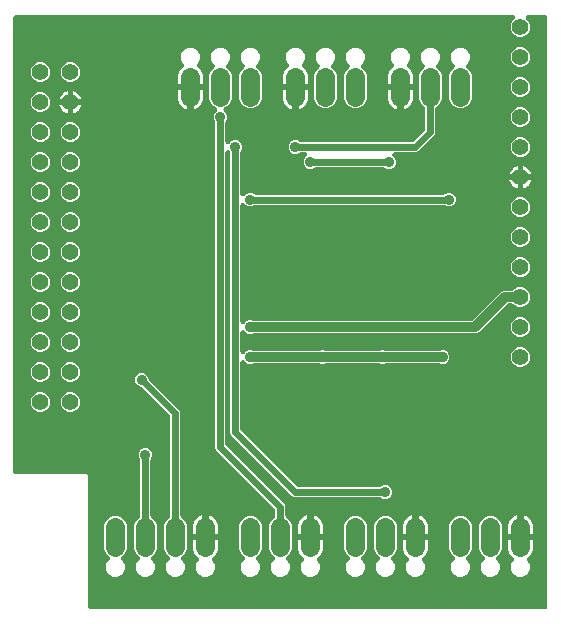
<source format=gbr>
G04 EAGLE Gerber RS-274X export*
G75*
%MOMM*%
%FSLAX34Y34*%
%LPD*%
%INBottom Copper*%
%IPPOS*%
%AMOC8*
5,1,8,0,0,1.08239X$1,22.5*%
G01*
%ADD10C,1.408000*%
%ADD11C,1.650000*%
%ADD12C,0.904800*%
%ADD13C,0.609600*%
%ADD14C,0.812800*%

G36*
X452646Y2543D02*
X452646Y2543D01*
X452664Y2541D01*
X452846Y2562D01*
X453029Y2581D01*
X453046Y2586D01*
X453063Y2588D01*
X453238Y2645D01*
X453414Y2699D01*
X453429Y2707D01*
X453446Y2713D01*
X453606Y2803D01*
X453768Y2891D01*
X453781Y2902D01*
X453797Y2911D01*
X453936Y3031D01*
X454077Y3148D01*
X454088Y3162D01*
X454102Y3174D01*
X454214Y3319D01*
X454329Y3462D01*
X454337Y3478D01*
X454348Y3492D01*
X454430Y3657D01*
X454515Y3819D01*
X454520Y3836D01*
X454528Y3852D01*
X454575Y4031D01*
X454626Y4206D01*
X454628Y4224D01*
X454632Y4241D01*
X454659Y4572D01*
X454659Y503428D01*
X454657Y503446D01*
X454659Y503464D01*
X454638Y503646D01*
X454619Y503829D01*
X454614Y503846D01*
X454612Y503863D01*
X454555Y504038D01*
X454501Y504214D01*
X454493Y504229D01*
X454487Y504246D01*
X454397Y504406D01*
X454309Y504568D01*
X454298Y504581D01*
X454289Y504597D01*
X454169Y504736D01*
X454052Y504877D01*
X454038Y504888D01*
X454026Y504902D01*
X453881Y505014D01*
X453738Y505129D01*
X453722Y505137D01*
X453708Y505148D01*
X453543Y505230D01*
X453381Y505315D01*
X453364Y505320D01*
X453348Y505328D01*
X453169Y505375D01*
X452994Y505426D01*
X452976Y505428D01*
X452959Y505432D01*
X452628Y505459D01*
X438298Y505459D01*
X438289Y505458D01*
X438280Y505459D01*
X438088Y505438D01*
X437897Y505419D01*
X437889Y505417D01*
X437880Y505416D01*
X437697Y505358D01*
X437512Y505301D01*
X437504Y505297D01*
X437496Y505294D01*
X437327Y505201D01*
X437158Y505109D01*
X437151Y505104D01*
X437143Y505099D01*
X436996Y504974D01*
X436849Y504852D01*
X436843Y504845D01*
X436836Y504839D01*
X436717Y504687D01*
X436597Y504538D01*
X436592Y504530D01*
X436587Y504523D01*
X436500Y504351D01*
X436411Y504181D01*
X436409Y504172D01*
X436405Y504164D01*
X436353Y503978D01*
X436300Y503794D01*
X436299Y503785D01*
X436297Y503776D01*
X436282Y503584D01*
X436267Y503392D01*
X436268Y503384D01*
X436267Y503375D01*
X436292Y503182D01*
X436314Y502993D01*
X436316Y502984D01*
X436318Y502975D01*
X436379Y502792D01*
X436439Y502610D01*
X436443Y502602D01*
X436446Y502594D01*
X436541Y502428D01*
X436636Y502259D01*
X436642Y502252D01*
X436647Y502245D01*
X436861Y501992D01*
X438846Y500008D01*
X440111Y496953D01*
X440111Y493647D01*
X438846Y490592D01*
X436508Y488254D01*
X433453Y486989D01*
X430147Y486989D01*
X427092Y488254D01*
X424754Y490592D01*
X423489Y493647D01*
X423489Y496953D01*
X424754Y500008D01*
X426739Y501992D01*
X426744Y501999D01*
X426751Y502004D01*
X426871Y502154D01*
X426994Y502303D01*
X426998Y502311D01*
X427003Y502318D01*
X427092Y502488D01*
X427182Y502659D01*
X427185Y502668D01*
X427189Y502675D01*
X427242Y502860D01*
X427297Y503045D01*
X427298Y503054D01*
X427300Y503062D01*
X427316Y503253D01*
X427333Y503446D01*
X427332Y503455D01*
X427333Y503464D01*
X427311Y503652D01*
X427290Y503846D01*
X427287Y503855D01*
X427286Y503863D01*
X427227Y504045D01*
X427169Y504230D01*
X427164Y504238D01*
X427161Y504246D01*
X427066Y504415D01*
X426974Y504582D01*
X426968Y504589D01*
X426964Y504597D01*
X426838Y504743D01*
X426713Y504889D01*
X426706Y504895D01*
X426700Y504902D01*
X426549Y505019D01*
X426397Y505139D01*
X426389Y505143D01*
X426382Y505148D01*
X426210Y505234D01*
X426038Y505321D01*
X426030Y505324D01*
X426022Y505328D01*
X425836Y505378D01*
X425651Y505429D01*
X425642Y505430D01*
X425633Y505432D01*
X425302Y505459D01*
X4572Y505459D01*
X4554Y505457D01*
X4536Y505459D01*
X4354Y505438D01*
X4171Y505419D01*
X4154Y505414D01*
X4137Y505412D01*
X3962Y505355D01*
X3786Y505301D01*
X3771Y505293D01*
X3754Y505287D01*
X3594Y505197D01*
X3432Y505109D01*
X3419Y505098D01*
X3403Y505089D01*
X3264Y504969D01*
X3123Y504852D01*
X3112Y504838D01*
X3098Y504826D01*
X2986Y504681D01*
X2871Y504538D01*
X2863Y504522D01*
X2852Y504508D01*
X2770Y504343D01*
X2685Y504181D01*
X2680Y504164D01*
X2672Y504148D01*
X2625Y503969D01*
X2574Y503794D01*
X2572Y503776D01*
X2568Y503759D01*
X2541Y503428D01*
X2541Y118872D01*
X2543Y118854D01*
X2541Y118836D01*
X2562Y118654D01*
X2581Y118471D01*
X2586Y118454D01*
X2588Y118437D01*
X2645Y118262D01*
X2699Y118086D01*
X2707Y118071D01*
X2713Y118054D01*
X2803Y117894D01*
X2891Y117732D01*
X2902Y117719D01*
X2911Y117703D01*
X3031Y117564D01*
X3148Y117423D01*
X3162Y117412D01*
X3174Y117398D01*
X3319Y117286D01*
X3462Y117171D01*
X3478Y117163D01*
X3492Y117152D01*
X3657Y117070D01*
X3819Y116985D01*
X3836Y116980D01*
X3852Y116972D01*
X4031Y116925D01*
X4206Y116874D01*
X4224Y116872D01*
X4241Y116868D01*
X4572Y116841D01*
X64552Y116841D01*
X66041Y115352D01*
X66041Y4572D01*
X66043Y4554D01*
X66041Y4536D01*
X66062Y4354D01*
X66081Y4171D01*
X66086Y4154D01*
X66088Y4137D01*
X66145Y3962D01*
X66199Y3786D01*
X66207Y3771D01*
X66213Y3754D01*
X66303Y3594D01*
X66391Y3432D01*
X66402Y3419D01*
X66411Y3403D01*
X66531Y3264D01*
X66648Y3123D01*
X66662Y3112D01*
X66674Y3098D01*
X66819Y2986D01*
X66962Y2871D01*
X66978Y2863D01*
X66992Y2852D01*
X67157Y2770D01*
X67319Y2685D01*
X67336Y2680D01*
X67352Y2672D01*
X67531Y2625D01*
X67706Y2574D01*
X67724Y2572D01*
X67741Y2568D01*
X68072Y2541D01*
X452628Y2541D01*
X452646Y2543D01*
G37*
%LPC*%
G36*
X227001Y30059D02*
X227001Y30059D01*
X224045Y31283D01*
X221783Y33545D01*
X220559Y36501D01*
X220559Y39699D01*
X221783Y42655D01*
X223321Y44192D01*
X223332Y44206D01*
X223346Y44218D01*
X223459Y44361D01*
X223576Y44504D01*
X223584Y44519D01*
X223595Y44533D01*
X223679Y44698D01*
X223765Y44859D01*
X223770Y44876D01*
X223778Y44892D01*
X223827Y45069D01*
X223879Y45245D01*
X223881Y45263D01*
X223886Y45280D01*
X223899Y45463D01*
X223916Y45646D01*
X223914Y45664D01*
X223915Y45682D01*
X223892Y45864D01*
X223872Y46047D01*
X223867Y46064D01*
X223865Y46081D01*
X223806Y46255D01*
X223751Y46430D01*
X223742Y46446D01*
X223737Y46463D01*
X223645Y46622D01*
X223556Y46783D01*
X223544Y46796D01*
X223536Y46812D01*
X223321Y47065D01*
X220529Y49857D01*
X219079Y53356D01*
X219079Y73644D01*
X220529Y77143D01*
X223254Y79868D01*
X223382Y79937D01*
X223399Y79951D01*
X223419Y79962D01*
X223554Y80079D01*
X223693Y80193D01*
X223707Y80211D01*
X223724Y80225D01*
X223833Y80367D01*
X223946Y80506D01*
X223957Y80526D01*
X223970Y80543D01*
X224050Y80704D01*
X224133Y80863D01*
X224140Y80884D01*
X224150Y80904D01*
X224196Y81077D01*
X224246Y81249D01*
X224248Y81271D01*
X224254Y81293D01*
X224281Y81624D01*
X224281Y86270D01*
X224279Y86296D01*
X224281Y86323D01*
X224259Y86497D01*
X224241Y86670D01*
X224234Y86696D01*
X224230Y86722D01*
X224175Y86888D01*
X224123Y87055D01*
X224110Y87079D01*
X224102Y87104D01*
X224015Y87256D01*
X223931Y87409D01*
X223914Y87430D01*
X223901Y87453D01*
X223686Y87706D01*
X174139Y137254D01*
X173481Y138841D01*
X173481Y414382D01*
X173479Y414409D01*
X173481Y414436D01*
X173459Y414610D01*
X173441Y414783D01*
X173434Y414808D01*
X173430Y414835D01*
X173375Y415001D01*
X173323Y415168D01*
X173310Y415191D01*
X173302Y415217D01*
X173215Y415368D01*
X173131Y415522D01*
X173114Y415542D01*
X173101Y415566D01*
X172888Y415817D01*
X172005Y417947D01*
X172005Y420253D01*
X172887Y422382D01*
X174696Y424191D01*
X174704Y424201D01*
X174714Y424210D01*
X174831Y424357D01*
X174951Y424502D01*
X174957Y424514D01*
X174965Y424525D01*
X175052Y424692D01*
X175139Y424858D01*
X175143Y424871D01*
X175149Y424883D01*
X175200Y425063D01*
X175254Y425244D01*
X175255Y425257D01*
X175259Y425270D01*
X175273Y425456D01*
X175291Y425645D01*
X175289Y425658D01*
X175290Y425671D01*
X175268Y425856D01*
X175247Y426045D01*
X175243Y426058D01*
X175241Y426071D01*
X175183Y426248D01*
X175126Y426429D01*
X175119Y426441D01*
X175115Y426453D01*
X175022Y426616D01*
X174931Y426781D01*
X174922Y426791D01*
X174916Y426803D01*
X174792Y426945D01*
X174670Y427088D01*
X174660Y427097D01*
X174651Y427107D01*
X174502Y427221D01*
X174354Y427338D01*
X174342Y427344D01*
X174332Y427352D01*
X174037Y427504D01*
X172407Y428179D01*
X169729Y430857D01*
X168279Y434356D01*
X168279Y454644D01*
X169729Y458143D01*
X172521Y460935D01*
X172532Y460949D01*
X172546Y460961D01*
X172660Y461105D01*
X172776Y461247D01*
X172784Y461262D01*
X172795Y461276D01*
X172879Y461440D01*
X172965Y461602D01*
X172970Y461620D01*
X172978Y461635D01*
X173027Y461812D01*
X173079Y461988D01*
X173081Y462006D01*
X173086Y462023D01*
X173099Y462206D01*
X173116Y462389D01*
X173114Y462407D01*
X173115Y462425D01*
X173092Y462607D01*
X173072Y462790D01*
X173067Y462807D01*
X173065Y462824D01*
X173006Y462998D01*
X172951Y463173D01*
X172942Y463189D01*
X172937Y463206D01*
X172845Y463365D01*
X172756Y463526D01*
X172744Y463539D01*
X172736Y463555D01*
X172521Y463808D01*
X170983Y465345D01*
X169759Y468301D01*
X169759Y471499D01*
X170983Y474455D01*
X173245Y476717D01*
X176201Y477941D01*
X179399Y477941D01*
X182355Y476717D01*
X184617Y474455D01*
X185841Y471499D01*
X185841Y468301D01*
X184617Y465345D01*
X183079Y463808D01*
X183068Y463794D01*
X183054Y463782D01*
X182941Y463639D01*
X182824Y463496D01*
X182816Y463481D01*
X182805Y463467D01*
X182721Y463302D01*
X182635Y463141D01*
X182630Y463124D01*
X182622Y463108D01*
X182573Y462931D01*
X182521Y462755D01*
X182519Y462737D01*
X182514Y462720D01*
X182501Y462537D01*
X182484Y462354D01*
X182486Y462336D01*
X182485Y462318D01*
X182508Y462136D01*
X182528Y461953D01*
X182533Y461936D01*
X182535Y461919D01*
X182594Y461745D01*
X182649Y461570D01*
X182658Y461554D01*
X182663Y461537D01*
X182755Y461378D01*
X182844Y461217D01*
X182856Y461204D01*
X182864Y461188D01*
X183079Y460935D01*
X185871Y458143D01*
X187321Y454644D01*
X187321Y434356D01*
X185871Y430857D01*
X183193Y428179D01*
X181563Y427504D01*
X181552Y427497D01*
X181539Y427493D01*
X181374Y427402D01*
X181208Y427313D01*
X181198Y427305D01*
X181186Y427298D01*
X181044Y427177D01*
X180898Y427057D01*
X180890Y427047D01*
X180879Y427038D01*
X180763Y426890D01*
X180644Y426744D01*
X180638Y426733D01*
X180630Y426722D01*
X180544Y426554D01*
X180457Y426388D01*
X180454Y426375D01*
X180447Y426363D01*
X180397Y426181D01*
X180344Y426001D01*
X180343Y425988D01*
X180339Y425975D01*
X180326Y425787D01*
X180310Y425600D01*
X180311Y425587D01*
X180310Y425574D01*
X180334Y425385D01*
X180355Y425200D01*
X180359Y425188D01*
X180360Y425174D01*
X180421Y424995D01*
X180478Y424817D01*
X180484Y424805D01*
X180489Y424793D01*
X180583Y424629D01*
X180674Y424465D01*
X180683Y424455D01*
X180690Y424444D01*
X180904Y424191D01*
X182713Y422382D01*
X183595Y420253D01*
X183595Y417947D01*
X182712Y415817D01*
X182697Y415798D01*
X182676Y415780D01*
X182569Y415643D01*
X182459Y415507D01*
X182446Y415484D01*
X182430Y415462D01*
X182352Y415305D01*
X182270Y415151D01*
X182262Y415126D01*
X182250Y415102D01*
X182205Y414932D01*
X182155Y414766D01*
X182153Y414739D01*
X182146Y414713D01*
X182119Y414382D01*
X182119Y398418D01*
X182120Y398409D01*
X182119Y398400D01*
X182140Y398208D01*
X182159Y398017D01*
X182161Y398008D01*
X182162Y398000D01*
X182220Y397816D01*
X182277Y397632D01*
X182281Y397624D01*
X182284Y397616D01*
X182377Y397447D01*
X182469Y397278D01*
X182474Y397271D01*
X182479Y397263D01*
X182604Y397116D01*
X182726Y396969D01*
X182733Y396963D01*
X182739Y396956D01*
X182891Y396836D01*
X183040Y396716D01*
X183048Y396712D01*
X183055Y396707D01*
X183227Y396619D01*
X183397Y396531D01*
X183406Y396528D01*
X183414Y396524D01*
X183600Y396473D01*
X183784Y396420D01*
X183793Y396419D01*
X183802Y396416D01*
X183994Y396402D01*
X184186Y396387D01*
X184194Y396388D01*
X184203Y396387D01*
X184396Y396411D01*
X184585Y396434D01*
X184594Y396436D01*
X184603Y396437D01*
X184786Y396499D01*
X184968Y396558D01*
X184976Y396563D01*
X184984Y396566D01*
X185150Y396661D01*
X185319Y396756D01*
X185326Y396762D01*
X185333Y396767D01*
X185586Y396981D01*
X187218Y398613D01*
X189347Y399495D01*
X191653Y399495D01*
X193782Y398613D01*
X195413Y396982D01*
X196295Y394853D01*
X196295Y392547D01*
X195412Y390417D01*
X195397Y390398D01*
X195376Y390380D01*
X195269Y390243D01*
X195159Y390107D01*
X195146Y390084D01*
X195130Y390062D01*
X195052Y389905D01*
X194970Y389751D01*
X194962Y389726D01*
X194950Y389702D01*
X194905Y389532D01*
X194855Y389366D01*
X194853Y389339D01*
X194846Y389313D01*
X194819Y388982D01*
X194819Y353968D01*
X194820Y353959D01*
X194819Y353950D01*
X194840Y353758D01*
X194859Y353567D01*
X194861Y353558D01*
X194862Y353550D01*
X194920Y353367D01*
X194977Y353182D01*
X194981Y353174D01*
X194984Y353166D01*
X195077Y352997D01*
X195169Y352828D01*
X195174Y352821D01*
X195179Y352813D01*
X195304Y352666D01*
X195426Y352519D01*
X195433Y352513D01*
X195439Y352506D01*
X195591Y352386D01*
X195740Y352266D01*
X195748Y352262D01*
X195755Y352257D01*
X195927Y352169D01*
X196097Y352081D01*
X196106Y352078D01*
X196114Y352074D01*
X196300Y352023D01*
X196484Y351970D01*
X196493Y351969D01*
X196502Y351966D01*
X196694Y351952D01*
X196886Y351937D01*
X196894Y351938D01*
X196903Y351937D01*
X197096Y351961D01*
X197285Y351984D01*
X197294Y351986D01*
X197303Y351987D01*
X197486Y352049D01*
X197668Y352108D01*
X197676Y352113D01*
X197684Y352116D01*
X197850Y352211D01*
X198019Y352306D01*
X198026Y352312D01*
X198033Y352317D01*
X198286Y352531D01*
X199918Y354163D01*
X202047Y355045D01*
X204353Y355045D01*
X206483Y354162D01*
X206502Y354147D01*
X206520Y354126D01*
X206657Y354019D01*
X206793Y353909D01*
X206816Y353896D01*
X206838Y353880D01*
X206995Y353802D01*
X207149Y353720D01*
X207174Y353712D01*
X207198Y353700D01*
X207368Y353655D01*
X207534Y353605D01*
X207561Y353603D01*
X207587Y353596D01*
X207918Y353569D01*
X366757Y353569D01*
X366784Y353571D01*
X366811Y353569D01*
X366985Y353591D01*
X367158Y353609D01*
X367183Y353616D01*
X367210Y353620D01*
X367376Y353675D01*
X367543Y353727D01*
X367566Y353740D01*
X367592Y353748D01*
X367743Y353835D01*
X367897Y353919D01*
X367917Y353936D01*
X367941Y353949D01*
X368192Y354162D01*
X370322Y355045D01*
X372628Y355045D01*
X374757Y354163D01*
X376388Y352532D01*
X377270Y350403D01*
X377270Y348097D01*
X376388Y345968D01*
X374757Y344337D01*
X372628Y343455D01*
X370322Y343455D01*
X368192Y344338D01*
X368173Y344353D01*
X368155Y344374D01*
X368018Y344481D01*
X367882Y344591D01*
X367859Y344604D01*
X367837Y344620D01*
X367680Y344698D01*
X367526Y344780D01*
X367501Y344788D01*
X367477Y344800D01*
X367307Y344845D01*
X367141Y344895D01*
X367114Y344897D01*
X367088Y344904D01*
X366757Y344931D01*
X207918Y344931D01*
X207891Y344929D01*
X207864Y344931D01*
X207690Y344909D01*
X207517Y344891D01*
X207492Y344884D01*
X207465Y344880D01*
X207299Y344825D01*
X207132Y344773D01*
X207109Y344760D01*
X207083Y344752D01*
X206932Y344665D01*
X206778Y344581D01*
X206758Y344564D01*
X206734Y344551D01*
X206483Y344338D01*
X204353Y343455D01*
X202047Y343455D01*
X199918Y344337D01*
X198286Y345969D01*
X198279Y345974D01*
X198274Y345981D01*
X198124Y346102D01*
X197975Y346224D01*
X197967Y346228D01*
X197960Y346234D01*
X197790Y346322D01*
X197619Y346412D01*
X197610Y346415D01*
X197603Y346419D01*
X197418Y346472D01*
X197233Y346527D01*
X197224Y346528D01*
X197216Y346530D01*
X197025Y346546D01*
X196832Y346564D01*
X196823Y346563D01*
X196814Y346563D01*
X196625Y346541D01*
X196432Y346520D01*
X196423Y346517D01*
X196415Y346516D01*
X196233Y346457D01*
X196048Y346399D01*
X196040Y346394D01*
X196032Y346392D01*
X195865Y346297D01*
X195696Y346204D01*
X195689Y346198D01*
X195681Y346194D01*
X195536Y346069D01*
X195389Y345943D01*
X195383Y345936D01*
X195376Y345931D01*
X195260Y345780D01*
X195139Y345627D01*
X195135Y345619D01*
X195130Y345612D01*
X195044Y345441D01*
X194957Y345269D01*
X194954Y345260D01*
X194950Y345252D01*
X194900Y345066D01*
X194849Y344881D01*
X194848Y344872D01*
X194846Y344863D01*
X194819Y344532D01*
X194819Y246018D01*
X194820Y246009D01*
X194819Y246000D01*
X194840Y245808D01*
X194859Y245617D01*
X194861Y245608D01*
X194862Y245600D01*
X194920Y245417D01*
X194977Y245232D01*
X194981Y245224D01*
X194984Y245216D01*
X195077Y245047D01*
X195169Y244878D01*
X195174Y244871D01*
X195179Y244863D01*
X195304Y244716D01*
X195426Y244569D01*
X195433Y244563D01*
X195439Y244556D01*
X195591Y244436D01*
X195740Y244316D01*
X195748Y244312D01*
X195755Y244307D01*
X195927Y244219D01*
X196097Y244131D01*
X196106Y244128D01*
X196114Y244124D01*
X196300Y244073D01*
X196484Y244020D01*
X196493Y244019D01*
X196502Y244016D01*
X196694Y244002D01*
X196886Y243987D01*
X196894Y243988D01*
X196903Y243987D01*
X197096Y244011D01*
X197285Y244034D01*
X197294Y244036D01*
X197303Y244037D01*
X197486Y244099D01*
X197668Y244158D01*
X197676Y244163D01*
X197684Y244166D01*
X197850Y244261D01*
X198019Y244356D01*
X198026Y244362D01*
X198033Y244367D01*
X198286Y244581D01*
X199918Y246213D01*
X200488Y246449D01*
X202047Y247095D01*
X204353Y247095D01*
X205090Y246789D01*
X205120Y246780D01*
X205148Y246766D01*
X205312Y246722D01*
X205475Y246673D01*
X205506Y246670D01*
X205537Y246662D01*
X205867Y246635D01*
X390649Y246635D01*
X390675Y246637D01*
X390702Y246635D01*
X390876Y246657D01*
X391050Y246675D01*
X391075Y246682D01*
X391102Y246686D01*
X391267Y246741D01*
X391434Y246793D01*
X391458Y246806D01*
X391483Y246814D01*
X391635Y246901D01*
X391788Y246985D01*
X391809Y247002D01*
X391832Y247015D01*
X392085Y247230D01*
X416078Y271223D01*
X418039Y272035D01*
X424540Y272035D01*
X424567Y272037D01*
X424594Y272035D01*
X424767Y272057D01*
X424941Y272075D01*
X424966Y272082D01*
X424993Y272086D01*
X425159Y272141D01*
X425326Y272193D01*
X425349Y272206D01*
X425375Y272214D01*
X425526Y272301D01*
X425680Y272385D01*
X425700Y272402D01*
X425724Y272415D01*
X425977Y272630D01*
X427092Y273746D01*
X430147Y275011D01*
X433453Y275011D01*
X436508Y273746D01*
X438846Y271408D01*
X440111Y268353D01*
X440111Y265047D01*
X438846Y261992D01*
X436508Y259654D01*
X433453Y258389D01*
X430147Y258389D01*
X427092Y259654D01*
X425977Y260770D01*
X425956Y260787D01*
X425938Y260808D01*
X425800Y260915D01*
X425665Y261025D01*
X425641Y261038D01*
X425620Y261054D01*
X425463Y261132D01*
X425309Y261214D01*
X425284Y261222D01*
X425260Y261234D01*
X425090Y261279D01*
X424923Y261329D01*
X424897Y261331D01*
X424871Y261338D01*
X424540Y261365D01*
X422151Y261365D01*
X422125Y261363D01*
X422098Y261365D01*
X421924Y261343D01*
X421750Y261325D01*
X421725Y261318D01*
X421698Y261314D01*
X421533Y261259D01*
X421366Y261207D01*
X421342Y261194D01*
X421317Y261186D01*
X421165Y261099D01*
X421012Y261015D01*
X420991Y260998D01*
X420968Y260985D01*
X420715Y260770D01*
X396722Y236777D01*
X394788Y235976D01*
X394761Y235965D01*
X205867Y235965D01*
X205836Y235962D01*
X205805Y235964D01*
X205636Y235942D01*
X205467Y235925D01*
X205437Y235916D01*
X205406Y235912D01*
X205090Y235811D01*
X204353Y235505D01*
X202047Y235505D01*
X199918Y236387D01*
X198286Y238019D01*
X198279Y238024D01*
X198274Y238031D01*
X198124Y238152D01*
X197975Y238274D01*
X197967Y238278D01*
X197960Y238284D01*
X197790Y238372D01*
X197619Y238462D01*
X197610Y238465D01*
X197603Y238469D01*
X197418Y238522D01*
X197233Y238577D01*
X197224Y238578D01*
X197216Y238580D01*
X197025Y238596D01*
X196832Y238614D01*
X196823Y238613D01*
X196814Y238613D01*
X196625Y238591D01*
X196432Y238570D01*
X196423Y238567D01*
X196415Y238566D01*
X196233Y238507D01*
X196048Y238449D01*
X196040Y238444D01*
X196032Y238442D01*
X195865Y238347D01*
X195696Y238254D01*
X195689Y238248D01*
X195681Y238244D01*
X195536Y238119D01*
X195389Y237993D01*
X195383Y237986D01*
X195376Y237981D01*
X195260Y237830D01*
X195139Y237677D01*
X195135Y237669D01*
X195130Y237662D01*
X195044Y237491D01*
X194957Y237319D01*
X194954Y237310D01*
X194950Y237302D01*
X194900Y237116D01*
X194849Y236931D01*
X194848Y236922D01*
X194846Y236913D01*
X194819Y236582D01*
X194819Y220618D01*
X194820Y220609D01*
X194819Y220600D01*
X194840Y220408D01*
X194859Y220217D01*
X194861Y220208D01*
X194862Y220200D01*
X194920Y220016D01*
X194977Y219832D01*
X194981Y219824D01*
X194984Y219816D01*
X195077Y219647D01*
X195169Y219478D01*
X195174Y219471D01*
X195179Y219463D01*
X195304Y219316D01*
X195426Y219169D01*
X195433Y219163D01*
X195439Y219156D01*
X195591Y219036D01*
X195740Y218916D01*
X195748Y218912D01*
X195755Y218907D01*
X195927Y218819D01*
X196097Y218731D01*
X196106Y218728D01*
X196114Y218724D01*
X196300Y218673D01*
X196484Y218620D01*
X196493Y218619D01*
X196502Y218616D01*
X196694Y218602D01*
X196886Y218587D01*
X196894Y218588D01*
X196903Y218587D01*
X197096Y218611D01*
X197285Y218634D01*
X197294Y218636D01*
X197303Y218637D01*
X197486Y218699D01*
X197668Y218758D01*
X197676Y218763D01*
X197684Y218766D01*
X197850Y218861D01*
X198019Y218956D01*
X198026Y218962D01*
X198033Y218967D01*
X198286Y219181D01*
X199918Y220813D01*
X202047Y221695D01*
X204353Y221695D01*
X205090Y221389D01*
X205120Y221380D01*
X205148Y221366D01*
X205312Y221322D01*
X205475Y221273D01*
X205506Y221270D01*
X205537Y221262D01*
X205867Y221235D01*
X261743Y221235D01*
X261774Y221238D01*
X261805Y221236D01*
X261974Y221258D01*
X262143Y221275D01*
X262173Y221284D01*
X262204Y221288D01*
X262520Y221389D01*
X263257Y221695D01*
X265563Y221695D01*
X266300Y221389D01*
X266330Y221380D01*
X266358Y221366D01*
X266522Y221322D01*
X266685Y221273D01*
X266716Y221270D01*
X266747Y221262D01*
X267077Y221235D01*
X312543Y221235D01*
X312574Y221238D01*
X312605Y221236D01*
X312774Y221258D01*
X312943Y221275D01*
X312973Y221284D01*
X313004Y221288D01*
X313320Y221389D01*
X314057Y221695D01*
X316363Y221695D01*
X317100Y221389D01*
X317130Y221380D01*
X317158Y221366D01*
X317322Y221322D01*
X317485Y221273D01*
X317516Y221270D01*
X317547Y221262D01*
X317877Y221235D01*
X363343Y221235D01*
X363374Y221238D01*
X363405Y221236D01*
X363574Y221258D01*
X363743Y221275D01*
X363773Y221284D01*
X363804Y221288D01*
X364120Y221389D01*
X364857Y221695D01*
X367163Y221695D01*
X369292Y220813D01*
X370923Y219182D01*
X371805Y217053D01*
X371805Y214747D01*
X370923Y212618D01*
X369292Y210987D01*
X367163Y210105D01*
X364857Y210105D01*
X364120Y210411D01*
X364090Y210420D01*
X364062Y210434D01*
X363898Y210478D01*
X363735Y210527D01*
X363704Y210530D01*
X363673Y210538D01*
X363343Y210565D01*
X317877Y210565D01*
X317846Y210562D01*
X317815Y210564D01*
X317646Y210542D01*
X317477Y210525D01*
X317447Y210516D01*
X317416Y210512D01*
X317100Y210411D01*
X316363Y210105D01*
X314057Y210105D01*
X313320Y210411D01*
X313290Y210420D01*
X313262Y210434D01*
X313098Y210478D01*
X312935Y210527D01*
X312904Y210530D01*
X312873Y210538D01*
X312543Y210565D01*
X267077Y210565D01*
X267046Y210562D01*
X267015Y210564D01*
X266846Y210542D01*
X266677Y210525D01*
X266647Y210516D01*
X266616Y210512D01*
X266300Y210411D01*
X265563Y210105D01*
X263257Y210105D01*
X262520Y210411D01*
X262490Y210420D01*
X262462Y210434D01*
X262297Y210478D01*
X262135Y210527D01*
X262104Y210530D01*
X262074Y210538D01*
X261743Y210565D01*
X205867Y210565D01*
X205836Y210562D01*
X205805Y210564D01*
X205636Y210542D01*
X205467Y210525D01*
X205437Y210516D01*
X205406Y210512D01*
X205090Y210411D01*
X204353Y210105D01*
X202047Y210105D01*
X199918Y210987D01*
X198286Y212619D01*
X198279Y212624D01*
X198274Y212631D01*
X198124Y212752D01*
X197975Y212874D01*
X197967Y212878D01*
X197960Y212884D01*
X197790Y212972D01*
X197619Y213062D01*
X197610Y213065D01*
X197603Y213069D01*
X197418Y213122D01*
X197233Y213177D01*
X197224Y213178D01*
X197216Y213180D01*
X197025Y213196D01*
X196832Y213214D01*
X196823Y213213D01*
X196814Y213213D01*
X196625Y213191D01*
X196432Y213170D01*
X196423Y213167D01*
X196415Y213166D01*
X196233Y213107D01*
X196048Y213049D01*
X196040Y213044D01*
X196032Y213042D01*
X195865Y212947D01*
X195696Y212854D01*
X195689Y212848D01*
X195681Y212844D01*
X195536Y212719D01*
X195389Y212593D01*
X195383Y212586D01*
X195376Y212581D01*
X195260Y212430D01*
X195139Y212277D01*
X195135Y212269D01*
X195130Y212262D01*
X195044Y212091D01*
X194957Y211919D01*
X194954Y211910D01*
X194950Y211902D01*
X194900Y211716D01*
X194849Y211531D01*
X194848Y211522D01*
X194846Y211513D01*
X194819Y211182D01*
X194819Y155030D01*
X194821Y155004D01*
X194819Y154977D01*
X194841Y154803D01*
X194859Y154630D01*
X194866Y154604D01*
X194870Y154578D01*
X194925Y154412D01*
X194977Y154245D01*
X194990Y154221D01*
X194998Y154196D01*
X195085Y154044D01*
X195169Y153891D01*
X195186Y153870D01*
X195199Y153847D01*
X195414Y153594D01*
X242494Y106514D01*
X242515Y106497D01*
X242532Y106476D01*
X242670Y106369D01*
X242805Y106259D01*
X242829Y106246D01*
X242850Y106230D01*
X243007Y106152D01*
X243161Y106070D01*
X243187Y106062D01*
X243211Y106050D01*
X243380Y106005D01*
X243547Y105955D01*
X243574Y105953D01*
X243600Y105946D01*
X243930Y105919D01*
X312782Y105919D01*
X312809Y105921D01*
X312836Y105919D01*
X313010Y105941D01*
X313183Y105959D01*
X313208Y105966D01*
X313235Y105970D01*
X313401Y106025D01*
X313568Y106077D01*
X313591Y106090D01*
X313617Y106098D01*
X313768Y106185D01*
X313922Y106269D01*
X313942Y106286D01*
X313966Y106299D01*
X314217Y106512D01*
X316347Y107395D01*
X318653Y107395D01*
X320782Y106513D01*
X322413Y104882D01*
X323295Y102753D01*
X323295Y100447D01*
X322413Y98318D01*
X320782Y96687D01*
X318653Y95805D01*
X316347Y95805D01*
X314217Y96688D01*
X314198Y96703D01*
X314180Y96724D01*
X314043Y96831D01*
X313907Y96941D01*
X313884Y96954D01*
X313862Y96970D01*
X313705Y97048D01*
X313551Y97130D01*
X313526Y97138D01*
X313502Y97150D01*
X313332Y97195D01*
X313166Y97245D01*
X313139Y97247D01*
X313113Y97254D01*
X312782Y97281D01*
X240441Y97281D01*
X238854Y97939D01*
X186839Y149954D01*
X186181Y151541D01*
X186181Y388982D01*
X186171Y389085D01*
X186171Y389188D01*
X186151Y389285D01*
X186141Y389383D01*
X186111Y389482D01*
X186090Y389583D01*
X186046Y389693D01*
X186027Y389756D01*
X186023Y389768D01*
X185996Y389818D01*
X185967Y389891D01*
X185895Y390004D01*
X185831Y390122D01*
X185788Y390174D01*
X185752Y390231D01*
X185659Y390328D01*
X185574Y390431D01*
X185521Y390474D01*
X185474Y390523D01*
X185364Y390600D01*
X185260Y390684D01*
X185200Y390715D01*
X185144Y390754D01*
X185021Y390807D01*
X184903Y390869D01*
X184838Y390888D01*
X184775Y390915D01*
X184644Y390943D01*
X184516Y390980D01*
X184448Y390986D01*
X184382Y391000D01*
X184248Y391002D01*
X184114Y391013D01*
X184047Y391005D01*
X183979Y391006D01*
X183848Y390982D01*
X183715Y390966D01*
X183650Y390945D01*
X183584Y390933D01*
X183459Y390883D01*
X183332Y390842D01*
X183273Y390808D01*
X183210Y390783D01*
X183098Y390710D01*
X182981Y390644D01*
X182930Y390599D01*
X182873Y390562D01*
X182778Y390468D01*
X182676Y390381D01*
X182635Y390327D01*
X182587Y390279D01*
X182512Y390168D01*
X182430Y390062D01*
X182400Y390002D01*
X182362Y389946D01*
X182310Y389822D01*
X182250Y389702D01*
X182233Y389636D01*
X182207Y389574D01*
X182181Y389442D01*
X182146Y389313D01*
X182139Y389235D01*
X182128Y389179D01*
X182128Y389101D01*
X182119Y388982D01*
X182119Y142330D01*
X182121Y142304D01*
X182119Y142277D01*
X182141Y142103D01*
X182159Y141930D01*
X182166Y141904D01*
X182170Y141878D01*
X182225Y141712D01*
X182277Y141545D01*
X182290Y141521D01*
X182298Y141496D01*
X182385Y141344D01*
X182469Y141191D01*
X182486Y141170D01*
X182499Y141147D01*
X182714Y140894D01*
X232261Y91346D01*
X232919Y89759D01*
X232919Y81624D01*
X232921Y81601D01*
X232919Y81579D01*
X232941Y81401D01*
X232959Y81223D01*
X232965Y81202D01*
X232968Y81179D01*
X233024Y81009D01*
X233077Y80838D01*
X233087Y80818D01*
X233094Y80797D01*
X233183Y80642D01*
X233269Y80484D01*
X233283Y80467D01*
X233294Y80447D01*
X233412Y80312D01*
X233526Y80175D01*
X233544Y80161D01*
X233558Y80144D01*
X233701Y80034D01*
X233840Y79922D01*
X233860Y79912D01*
X233878Y79898D01*
X233956Y79858D01*
X236671Y77143D01*
X238121Y73644D01*
X238121Y53356D01*
X236671Y49857D01*
X233879Y47065D01*
X233868Y47051D01*
X233854Y47039D01*
X233740Y46895D01*
X233624Y46753D01*
X233616Y46738D01*
X233605Y46724D01*
X233521Y46560D01*
X233435Y46398D01*
X233430Y46380D01*
X233422Y46365D01*
X233373Y46188D01*
X233321Y46012D01*
X233319Y45994D01*
X233314Y45977D01*
X233301Y45794D01*
X233284Y45611D01*
X233286Y45593D01*
X233285Y45575D01*
X233308Y45393D01*
X233328Y45210D01*
X233333Y45193D01*
X233335Y45176D01*
X233394Y45002D01*
X233449Y44827D01*
X233458Y44811D01*
X233463Y44794D01*
X233555Y44635D01*
X233644Y44474D01*
X233656Y44461D01*
X233664Y44445D01*
X233879Y44192D01*
X235417Y42655D01*
X236641Y39699D01*
X236641Y36501D01*
X235417Y33545D01*
X233155Y31283D01*
X230199Y30059D01*
X227001Y30059D01*
G37*
%LPD*%
%LPC*%
G36*
X252847Y375205D02*
X252847Y375205D01*
X250718Y376087D01*
X249087Y377718D01*
X248205Y379847D01*
X248205Y382153D01*
X249087Y384282D01*
X250719Y385914D01*
X250724Y385921D01*
X250731Y385926D01*
X250852Y386076D01*
X250974Y386225D01*
X250978Y386233D01*
X250984Y386240D01*
X251072Y386410D01*
X251162Y386581D01*
X251165Y386590D01*
X251169Y386597D01*
X251222Y386782D01*
X251277Y386967D01*
X251278Y386976D01*
X251280Y386984D01*
X251296Y387175D01*
X251314Y387368D01*
X251313Y387377D01*
X251313Y387386D01*
X251291Y387575D01*
X251270Y387768D01*
X251267Y387777D01*
X251266Y387785D01*
X251207Y387967D01*
X251149Y388152D01*
X251144Y388160D01*
X251142Y388168D01*
X251047Y388335D01*
X250954Y388504D01*
X250948Y388511D01*
X250944Y388519D01*
X250819Y388664D01*
X250693Y388811D01*
X250686Y388817D01*
X250681Y388824D01*
X250530Y388940D01*
X250377Y389061D01*
X250369Y389065D01*
X250362Y389070D01*
X250191Y389156D01*
X250019Y389243D01*
X250010Y389246D01*
X250002Y389250D01*
X249816Y389300D01*
X249631Y389351D01*
X249622Y389352D01*
X249613Y389354D01*
X249282Y389381D01*
X246018Y389381D01*
X245991Y389379D01*
X245964Y389381D01*
X245790Y389359D01*
X245617Y389341D01*
X245592Y389334D01*
X245565Y389330D01*
X245399Y389275D01*
X245232Y389223D01*
X245209Y389210D01*
X245183Y389202D01*
X245032Y389115D01*
X244878Y389031D01*
X244858Y389014D01*
X244834Y389001D01*
X244583Y388788D01*
X242453Y387905D01*
X240147Y387905D01*
X238018Y388787D01*
X236387Y390418D01*
X235505Y392547D01*
X235505Y394853D01*
X236387Y396982D01*
X238018Y398613D01*
X240147Y399495D01*
X242453Y399495D01*
X244583Y398612D01*
X244602Y398597D01*
X244620Y398576D01*
X244757Y398469D01*
X244893Y398359D01*
X244916Y398346D01*
X244938Y398330D01*
X245095Y398252D01*
X245249Y398170D01*
X245274Y398162D01*
X245298Y398150D01*
X245468Y398105D01*
X245634Y398055D01*
X245661Y398053D01*
X245687Y398046D01*
X246018Y398019D01*
X340270Y398019D01*
X340296Y398021D01*
X340323Y398019D01*
X340497Y398041D01*
X340670Y398059D01*
X340696Y398066D01*
X340722Y398070D01*
X340888Y398125D01*
X341055Y398177D01*
X341079Y398190D01*
X341104Y398198D01*
X341256Y398285D01*
X341409Y398369D01*
X341430Y398386D01*
X341453Y398399D01*
X341706Y398614D01*
X350686Y407594D01*
X350703Y407615D01*
X350724Y407632D01*
X350831Y407770D01*
X350941Y407905D01*
X350954Y407929D01*
X350970Y407950D01*
X351048Y408107D01*
X351130Y408261D01*
X351138Y408287D01*
X351150Y408311D01*
X351195Y408480D01*
X351245Y408647D01*
X351247Y408674D01*
X351254Y408700D01*
X351281Y409030D01*
X351281Y426376D01*
X351279Y426399D01*
X351281Y426421D01*
X351259Y426599D01*
X351241Y426777D01*
X351235Y426798D01*
X351232Y426821D01*
X351176Y426991D01*
X351123Y427162D01*
X351113Y427182D01*
X351106Y427203D01*
X351017Y427358D01*
X350931Y427516D01*
X350917Y427533D01*
X350906Y427553D01*
X350788Y427688D01*
X350674Y427825D01*
X350656Y427839D01*
X350642Y427856D01*
X350499Y427966D01*
X350360Y428078D01*
X350340Y428088D01*
X350322Y428102D01*
X350244Y428142D01*
X347529Y430857D01*
X346079Y434356D01*
X346079Y454644D01*
X347529Y458143D01*
X350321Y460935D01*
X350332Y460949D01*
X350346Y460961D01*
X350460Y461105D01*
X350576Y461247D01*
X350584Y461262D01*
X350595Y461276D01*
X350679Y461440D01*
X350765Y461602D01*
X350770Y461620D01*
X350778Y461635D01*
X350827Y461812D01*
X350879Y461988D01*
X350881Y462006D01*
X350886Y462023D01*
X350899Y462206D01*
X350916Y462389D01*
X350914Y462407D01*
X350915Y462425D01*
X350892Y462607D01*
X350872Y462790D01*
X350867Y462807D01*
X350865Y462824D01*
X350806Y462998D01*
X350751Y463173D01*
X350742Y463189D01*
X350737Y463206D01*
X350645Y463365D01*
X350556Y463526D01*
X350544Y463539D01*
X350536Y463555D01*
X350321Y463808D01*
X348783Y465345D01*
X347559Y468301D01*
X347559Y471499D01*
X348783Y474455D01*
X351045Y476717D01*
X354001Y477941D01*
X357199Y477941D01*
X360155Y476717D01*
X362417Y474455D01*
X363641Y471499D01*
X363641Y468301D01*
X362417Y465345D01*
X360879Y463808D01*
X360868Y463794D01*
X360854Y463782D01*
X360741Y463639D01*
X360624Y463496D01*
X360616Y463481D01*
X360605Y463467D01*
X360521Y463302D01*
X360435Y463141D01*
X360430Y463124D01*
X360422Y463108D01*
X360373Y462931D01*
X360321Y462755D01*
X360319Y462737D01*
X360314Y462720D01*
X360301Y462537D01*
X360284Y462354D01*
X360286Y462336D01*
X360285Y462318D01*
X360308Y462136D01*
X360328Y461953D01*
X360333Y461936D01*
X360335Y461919D01*
X360394Y461745D01*
X360449Y461570D01*
X360458Y461554D01*
X360463Y461537D01*
X360555Y461378D01*
X360644Y461217D01*
X360656Y461204D01*
X360664Y461188D01*
X360879Y460935D01*
X363671Y458143D01*
X365121Y454644D01*
X365121Y434356D01*
X363671Y430857D01*
X360946Y428132D01*
X360818Y428063D01*
X360801Y428049D01*
X360781Y428038D01*
X360646Y427921D01*
X360507Y427807D01*
X360493Y427789D01*
X360476Y427775D01*
X360367Y427633D01*
X360254Y427494D01*
X360243Y427474D01*
X360230Y427457D01*
X360150Y427296D01*
X360067Y427137D01*
X360060Y427116D01*
X360050Y427096D01*
X360004Y426922D01*
X359954Y426751D01*
X359952Y426729D01*
X359946Y426707D01*
X359919Y426376D01*
X359919Y405541D01*
X359261Y403954D01*
X345346Y390039D01*
X343759Y389381D01*
X325393Y389381D01*
X325384Y389380D01*
X325375Y389381D01*
X325183Y389360D01*
X324992Y389341D01*
X324983Y389339D01*
X324975Y389338D01*
X324792Y389280D01*
X324607Y389223D01*
X324599Y389219D01*
X324591Y389216D01*
X324422Y389123D01*
X324253Y389031D01*
X324246Y389026D01*
X324238Y389021D01*
X324091Y388896D01*
X323944Y388774D01*
X323938Y388767D01*
X323931Y388761D01*
X323811Y388609D01*
X323691Y388460D01*
X323687Y388452D01*
X323682Y388445D01*
X323594Y388273D01*
X323506Y388103D01*
X323503Y388094D01*
X323499Y388086D01*
X323447Y387899D01*
X323395Y387716D01*
X323394Y387707D01*
X323391Y387698D01*
X323377Y387506D01*
X323362Y387314D01*
X323363Y387306D01*
X323362Y387297D01*
X323386Y387104D01*
X323409Y386915D01*
X323411Y386906D01*
X323412Y386897D01*
X323474Y386714D01*
X323533Y386532D01*
X323538Y386524D01*
X323541Y386516D01*
X323636Y386350D01*
X323731Y386181D01*
X323737Y386174D01*
X323742Y386167D01*
X323956Y385914D01*
X325588Y384282D01*
X326470Y382153D01*
X326470Y379847D01*
X325588Y377718D01*
X323957Y376087D01*
X321828Y375205D01*
X319522Y375205D01*
X317392Y376088D01*
X317373Y376103D01*
X317355Y376124D01*
X317218Y376231D01*
X317082Y376341D01*
X317059Y376354D01*
X317037Y376370D01*
X316880Y376448D01*
X316726Y376530D01*
X316701Y376538D01*
X316677Y376550D01*
X316507Y376595D01*
X316341Y376645D01*
X316314Y376647D01*
X316288Y376654D01*
X315957Y376681D01*
X258718Y376681D01*
X258691Y376679D01*
X258664Y376681D01*
X258490Y376659D01*
X258317Y376641D01*
X258292Y376634D01*
X258265Y376630D01*
X258099Y376575D01*
X257932Y376523D01*
X257909Y376510D01*
X257883Y376502D01*
X257732Y376415D01*
X257578Y376331D01*
X257558Y376314D01*
X257534Y376301D01*
X257283Y376088D01*
X255153Y375205D01*
X252847Y375205D01*
G37*
%LPD*%
%LPC*%
G36*
X138101Y30059D02*
X138101Y30059D01*
X135145Y31283D01*
X132883Y33545D01*
X131659Y36501D01*
X131659Y39699D01*
X132883Y42655D01*
X134421Y44192D01*
X134432Y44206D01*
X134446Y44218D01*
X134559Y44361D01*
X134676Y44504D01*
X134684Y44519D01*
X134695Y44533D01*
X134779Y44698D01*
X134865Y44859D01*
X134870Y44876D01*
X134878Y44892D01*
X134927Y45069D01*
X134979Y45245D01*
X134981Y45263D01*
X134986Y45280D01*
X134999Y45463D01*
X135016Y45646D01*
X135014Y45664D01*
X135015Y45682D01*
X134992Y45864D01*
X134972Y46047D01*
X134967Y46064D01*
X134965Y46081D01*
X134906Y46255D01*
X134851Y46430D01*
X134842Y46446D01*
X134837Y46463D01*
X134745Y46622D01*
X134656Y46783D01*
X134644Y46796D01*
X134636Y46812D01*
X134421Y47065D01*
X131629Y49857D01*
X130179Y53356D01*
X130179Y73644D01*
X131629Y77143D01*
X134354Y79868D01*
X134482Y79937D01*
X134499Y79951D01*
X134519Y79962D01*
X134654Y80079D01*
X134793Y80193D01*
X134807Y80211D01*
X134824Y80225D01*
X134933Y80367D01*
X135046Y80506D01*
X135057Y80526D01*
X135070Y80543D01*
X135150Y80704D01*
X135233Y80863D01*
X135240Y80884D01*
X135250Y80904D01*
X135296Y81077D01*
X135346Y81249D01*
X135348Y81271D01*
X135354Y81293D01*
X135381Y81624D01*
X135381Y165645D01*
X135379Y165671D01*
X135381Y165698D01*
X135359Y165872D01*
X135341Y166045D01*
X135334Y166071D01*
X135330Y166097D01*
X135275Y166263D01*
X135223Y166430D01*
X135210Y166454D01*
X135202Y166479D01*
X135115Y166631D01*
X135031Y166784D01*
X135014Y166805D01*
X135001Y166828D01*
X134786Y167081D01*
X111407Y190460D01*
X111386Y190477D01*
X111369Y190498D01*
X111231Y190605D01*
X111096Y190715D01*
X111072Y190728D01*
X111051Y190744D01*
X110894Y190822D01*
X110740Y190904D01*
X110714Y190912D01*
X110690Y190924D01*
X110521Y190969D01*
X110354Y191019D01*
X110327Y191021D01*
X110301Y191028D01*
X109973Y191055D01*
X107843Y191937D01*
X106212Y193568D01*
X105330Y195697D01*
X105330Y198003D01*
X106212Y200132D01*
X107843Y201763D01*
X109972Y202645D01*
X112278Y202645D01*
X114407Y201763D01*
X116038Y200132D01*
X116920Y198002D01*
X116922Y197978D01*
X116920Y197951D01*
X116942Y197777D01*
X116960Y197604D01*
X116967Y197578D01*
X116971Y197552D01*
X117026Y197386D01*
X117078Y197219D01*
X117091Y197195D01*
X117099Y197170D01*
X117186Y197018D01*
X117270Y196865D01*
X117287Y196844D01*
X117300Y196821D01*
X117515Y196568D01*
X143361Y170721D01*
X144019Y169134D01*
X144019Y81624D01*
X144021Y81601D01*
X144019Y81579D01*
X144041Y81401D01*
X144059Y81223D01*
X144065Y81202D01*
X144068Y81179D01*
X144124Y81009D01*
X144177Y80838D01*
X144187Y80818D01*
X144194Y80797D01*
X144283Y80642D01*
X144369Y80484D01*
X144383Y80467D01*
X144394Y80447D01*
X144512Y80312D01*
X144626Y80175D01*
X144644Y80161D01*
X144658Y80144D01*
X144801Y80034D01*
X144940Y79922D01*
X144960Y79912D01*
X144978Y79898D01*
X145056Y79858D01*
X147771Y77143D01*
X149221Y73644D01*
X149221Y53356D01*
X147771Y49857D01*
X144979Y47065D01*
X144968Y47051D01*
X144954Y47039D01*
X144840Y46895D01*
X144724Y46753D01*
X144716Y46738D01*
X144705Y46724D01*
X144621Y46560D01*
X144535Y46398D01*
X144530Y46380D01*
X144522Y46365D01*
X144473Y46188D01*
X144421Y46012D01*
X144419Y45994D01*
X144414Y45977D01*
X144401Y45794D01*
X144384Y45611D01*
X144386Y45593D01*
X144385Y45575D01*
X144408Y45393D01*
X144428Y45210D01*
X144433Y45193D01*
X144435Y45176D01*
X144494Y45002D01*
X144549Y44827D01*
X144558Y44811D01*
X144563Y44794D01*
X144655Y44635D01*
X144744Y44474D01*
X144756Y44461D01*
X144764Y44445D01*
X144979Y44192D01*
X146517Y42655D01*
X147741Y39699D01*
X147741Y36501D01*
X146517Y33545D01*
X144255Y31283D01*
X141299Y30059D01*
X138101Y30059D01*
G37*
%LPD*%
%LPC*%
G36*
X112701Y30059D02*
X112701Y30059D01*
X109745Y31283D01*
X107483Y33545D01*
X106259Y36501D01*
X106259Y39699D01*
X107483Y42655D01*
X109021Y44192D01*
X109032Y44206D01*
X109046Y44218D01*
X109159Y44361D01*
X109276Y44504D01*
X109284Y44519D01*
X109295Y44533D01*
X109379Y44698D01*
X109465Y44859D01*
X109470Y44876D01*
X109478Y44892D01*
X109527Y45069D01*
X109579Y45245D01*
X109581Y45263D01*
X109586Y45280D01*
X109599Y45463D01*
X109616Y45646D01*
X109614Y45664D01*
X109615Y45682D01*
X109592Y45864D01*
X109572Y46047D01*
X109567Y46064D01*
X109565Y46081D01*
X109506Y46255D01*
X109451Y46430D01*
X109442Y46446D01*
X109437Y46463D01*
X109345Y46622D01*
X109256Y46783D01*
X109244Y46796D01*
X109236Y46812D01*
X109021Y47065D01*
X106229Y49857D01*
X104779Y53356D01*
X104779Y73644D01*
X106229Y77143D01*
X108954Y79868D01*
X109082Y79937D01*
X109099Y79951D01*
X109119Y79962D01*
X109254Y80079D01*
X109393Y80193D01*
X109407Y80211D01*
X109424Y80225D01*
X109533Y80367D01*
X109646Y80506D01*
X109657Y80526D01*
X109670Y80543D01*
X109750Y80704D01*
X109833Y80863D01*
X109840Y80884D01*
X109850Y80904D01*
X109896Y81077D01*
X109946Y81249D01*
X109948Y81271D01*
X109954Y81293D01*
X109981Y81624D01*
X109981Y128632D01*
X109979Y128659D01*
X109981Y128686D01*
X109959Y128860D01*
X109941Y129033D01*
X109934Y129058D01*
X109930Y129085D01*
X109875Y129251D01*
X109823Y129418D01*
X109810Y129441D01*
X109802Y129467D01*
X109715Y129618D01*
X109631Y129772D01*
X109614Y129792D01*
X109601Y129816D01*
X109388Y130067D01*
X108505Y132197D01*
X108505Y134503D01*
X109387Y136632D01*
X111018Y138263D01*
X113147Y139145D01*
X115453Y139145D01*
X117582Y138263D01*
X119213Y136632D01*
X120095Y134503D01*
X120095Y132197D01*
X119212Y130067D01*
X119197Y130048D01*
X119176Y130030D01*
X119069Y129893D01*
X118959Y129757D01*
X118946Y129734D01*
X118930Y129712D01*
X118852Y129555D01*
X118770Y129401D01*
X118762Y129376D01*
X118750Y129352D01*
X118705Y129182D01*
X118655Y129016D01*
X118653Y128989D01*
X118646Y128963D01*
X118619Y128632D01*
X118619Y81624D01*
X118621Y81601D01*
X118619Y81579D01*
X118641Y81401D01*
X118659Y81223D01*
X118665Y81202D01*
X118668Y81179D01*
X118724Y81009D01*
X118777Y80838D01*
X118787Y80818D01*
X118794Y80797D01*
X118883Y80642D01*
X118969Y80484D01*
X118983Y80467D01*
X118994Y80447D01*
X119112Y80312D01*
X119226Y80175D01*
X119244Y80161D01*
X119258Y80144D01*
X119401Y80034D01*
X119540Y79922D01*
X119560Y79912D01*
X119578Y79898D01*
X119656Y79858D01*
X122371Y77143D01*
X123821Y73644D01*
X123821Y53356D01*
X122371Y49857D01*
X119579Y47065D01*
X119568Y47051D01*
X119554Y47039D01*
X119440Y46895D01*
X119324Y46753D01*
X119316Y46738D01*
X119305Y46724D01*
X119221Y46560D01*
X119135Y46398D01*
X119130Y46380D01*
X119122Y46365D01*
X119073Y46188D01*
X119021Y46012D01*
X119019Y45994D01*
X119014Y45977D01*
X119001Y45794D01*
X118984Y45611D01*
X118986Y45593D01*
X118985Y45575D01*
X119008Y45393D01*
X119028Y45210D01*
X119033Y45193D01*
X119035Y45176D01*
X119094Y45002D01*
X119149Y44827D01*
X119158Y44811D01*
X119163Y44794D01*
X119255Y44635D01*
X119344Y44474D01*
X119356Y44461D01*
X119364Y44445D01*
X119579Y44192D01*
X121117Y42655D01*
X122341Y39699D01*
X122341Y36501D01*
X121117Y33545D01*
X118855Y31283D01*
X115899Y30059D01*
X112701Y30059D01*
G37*
%LPD*%
%LPC*%
G36*
X290501Y30059D02*
X290501Y30059D01*
X287545Y31283D01*
X285283Y33545D01*
X284059Y36501D01*
X284059Y39699D01*
X285283Y42655D01*
X286821Y44192D01*
X286832Y44206D01*
X286846Y44218D01*
X286960Y44362D01*
X287076Y44504D01*
X287084Y44519D01*
X287095Y44533D01*
X287179Y44698D01*
X287265Y44859D01*
X287270Y44876D01*
X287278Y44892D01*
X287327Y45070D01*
X287379Y45245D01*
X287381Y45263D01*
X287386Y45280D01*
X287399Y45463D01*
X287416Y45646D01*
X287414Y45664D01*
X287415Y45682D01*
X287392Y45864D01*
X287372Y46047D01*
X287367Y46064D01*
X287365Y46081D01*
X287306Y46255D01*
X287251Y46430D01*
X287242Y46446D01*
X287236Y46463D01*
X287145Y46622D01*
X287056Y46783D01*
X287045Y46796D01*
X287036Y46812D01*
X286821Y47065D01*
X284029Y49857D01*
X282579Y53356D01*
X282579Y73644D01*
X284029Y77143D01*
X286707Y79821D01*
X290206Y81271D01*
X293994Y81271D01*
X297493Y79821D01*
X300171Y77143D01*
X301621Y73644D01*
X301621Y53356D01*
X300171Y49857D01*
X297379Y47065D01*
X297368Y47051D01*
X297354Y47039D01*
X297240Y46895D01*
X297124Y46753D01*
X297116Y46738D01*
X297105Y46724D01*
X297021Y46558D01*
X296935Y46398D01*
X296930Y46381D01*
X296922Y46365D01*
X296873Y46187D01*
X296821Y46012D01*
X296819Y45994D01*
X296814Y45977D01*
X296801Y45794D01*
X296784Y45611D01*
X296786Y45593D01*
X296785Y45575D01*
X296808Y45393D01*
X296828Y45210D01*
X296833Y45193D01*
X296835Y45176D01*
X296894Y45002D01*
X296949Y44827D01*
X296958Y44811D01*
X296964Y44794D01*
X297055Y44635D01*
X297144Y44474D01*
X297155Y44461D01*
X297164Y44445D01*
X297379Y44192D01*
X298917Y42655D01*
X300141Y39699D01*
X300141Y36501D01*
X298917Y33545D01*
X296655Y31283D01*
X293699Y30059D01*
X290501Y30059D01*
G37*
%LPD*%
%LPC*%
G36*
X315901Y30059D02*
X315901Y30059D01*
X312945Y31283D01*
X310683Y33545D01*
X309459Y36501D01*
X309459Y39699D01*
X310683Y42655D01*
X312221Y44192D01*
X312232Y44206D01*
X312246Y44218D01*
X312360Y44362D01*
X312476Y44504D01*
X312484Y44519D01*
X312495Y44533D01*
X312579Y44698D01*
X312665Y44859D01*
X312670Y44876D01*
X312678Y44892D01*
X312727Y45070D01*
X312779Y45245D01*
X312781Y45263D01*
X312786Y45280D01*
X312799Y45463D01*
X312816Y45646D01*
X312814Y45664D01*
X312815Y45682D01*
X312792Y45864D01*
X312772Y46047D01*
X312767Y46064D01*
X312765Y46081D01*
X312706Y46255D01*
X312651Y46430D01*
X312642Y46446D01*
X312636Y46463D01*
X312545Y46622D01*
X312456Y46783D01*
X312445Y46796D01*
X312436Y46812D01*
X312221Y47065D01*
X309429Y49857D01*
X307979Y53356D01*
X307979Y73644D01*
X309429Y77143D01*
X312107Y79821D01*
X315606Y81271D01*
X319394Y81271D01*
X322893Y79821D01*
X325571Y77143D01*
X327021Y73644D01*
X327021Y53356D01*
X325571Y49857D01*
X322779Y47065D01*
X322768Y47051D01*
X322754Y47039D01*
X322640Y46895D01*
X322524Y46753D01*
X322516Y46738D01*
X322505Y46724D01*
X322421Y46558D01*
X322335Y46398D01*
X322330Y46381D01*
X322322Y46365D01*
X322273Y46187D01*
X322221Y46012D01*
X322219Y45994D01*
X322214Y45977D01*
X322201Y45794D01*
X322184Y45611D01*
X322186Y45593D01*
X322185Y45575D01*
X322208Y45393D01*
X322228Y45210D01*
X322233Y45193D01*
X322235Y45176D01*
X322294Y45002D01*
X322349Y44827D01*
X322358Y44811D01*
X322364Y44794D01*
X322455Y44635D01*
X322544Y44474D01*
X322555Y44461D01*
X322564Y44445D01*
X322779Y44192D01*
X324317Y42655D01*
X325541Y39699D01*
X325541Y36501D01*
X324317Y33545D01*
X322055Y31283D01*
X319099Y30059D01*
X315901Y30059D01*
G37*
%LPD*%
%LPC*%
G36*
X87301Y30059D02*
X87301Y30059D01*
X84345Y31283D01*
X82083Y33545D01*
X80859Y36501D01*
X80859Y39699D01*
X82083Y42655D01*
X83621Y44192D01*
X83632Y44206D01*
X83646Y44218D01*
X83759Y44361D01*
X83876Y44504D01*
X83884Y44519D01*
X83895Y44533D01*
X83979Y44698D01*
X84065Y44859D01*
X84070Y44876D01*
X84078Y44892D01*
X84127Y45069D01*
X84179Y45245D01*
X84181Y45263D01*
X84186Y45280D01*
X84199Y45463D01*
X84216Y45646D01*
X84214Y45664D01*
X84215Y45682D01*
X84192Y45864D01*
X84172Y46047D01*
X84167Y46064D01*
X84165Y46081D01*
X84106Y46255D01*
X84051Y46430D01*
X84042Y46446D01*
X84037Y46463D01*
X83945Y46622D01*
X83856Y46783D01*
X83844Y46796D01*
X83836Y46812D01*
X83621Y47065D01*
X80829Y49857D01*
X79379Y53356D01*
X79379Y73644D01*
X80829Y77143D01*
X83507Y79821D01*
X87006Y81271D01*
X90794Y81271D01*
X94293Y79821D01*
X96971Y77143D01*
X98421Y73644D01*
X98421Y53356D01*
X96971Y49857D01*
X94179Y47065D01*
X94168Y47051D01*
X94154Y47039D01*
X94040Y46895D01*
X93924Y46753D01*
X93916Y46738D01*
X93905Y46724D01*
X93821Y46560D01*
X93735Y46398D01*
X93730Y46380D01*
X93722Y46365D01*
X93673Y46188D01*
X93621Y46012D01*
X93619Y45994D01*
X93614Y45977D01*
X93601Y45794D01*
X93584Y45611D01*
X93586Y45593D01*
X93585Y45575D01*
X93608Y45393D01*
X93628Y45210D01*
X93633Y45193D01*
X93635Y45176D01*
X93694Y45002D01*
X93749Y44827D01*
X93758Y44811D01*
X93763Y44794D01*
X93855Y44635D01*
X93944Y44474D01*
X93956Y44461D01*
X93964Y44445D01*
X94179Y44192D01*
X95717Y42655D01*
X96941Y39699D01*
X96941Y36501D01*
X95717Y33545D01*
X93455Y31283D01*
X90499Y30059D01*
X87301Y30059D01*
G37*
%LPD*%
%LPC*%
G36*
X379106Y426729D02*
X379106Y426729D01*
X375607Y428179D01*
X372929Y430857D01*
X371479Y434356D01*
X371479Y454644D01*
X372929Y458143D01*
X375721Y460935D01*
X375732Y460949D01*
X375746Y460961D01*
X375860Y461105D01*
X375976Y461247D01*
X375984Y461262D01*
X375995Y461276D01*
X376079Y461440D01*
X376165Y461602D01*
X376170Y461620D01*
X376178Y461635D01*
X376227Y461812D01*
X376279Y461988D01*
X376281Y462006D01*
X376286Y462023D01*
X376299Y462206D01*
X376316Y462389D01*
X376314Y462407D01*
X376315Y462425D01*
X376292Y462607D01*
X376272Y462790D01*
X376267Y462807D01*
X376265Y462824D01*
X376206Y462998D01*
X376151Y463173D01*
X376142Y463189D01*
X376137Y463206D01*
X376045Y463365D01*
X375956Y463526D01*
X375944Y463539D01*
X375936Y463555D01*
X375721Y463808D01*
X374183Y465345D01*
X372959Y468301D01*
X372959Y471499D01*
X374183Y474455D01*
X376445Y476717D01*
X379401Y477941D01*
X382599Y477941D01*
X385555Y476717D01*
X387817Y474455D01*
X389041Y471499D01*
X389041Y468301D01*
X387817Y465345D01*
X386279Y463808D01*
X386268Y463794D01*
X386254Y463782D01*
X386141Y463639D01*
X386024Y463496D01*
X386016Y463481D01*
X386005Y463467D01*
X385921Y463302D01*
X385835Y463141D01*
X385830Y463124D01*
X385822Y463108D01*
X385773Y462931D01*
X385721Y462755D01*
X385719Y462737D01*
X385714Y462720D01*
X385701Y462537D01*
X385684Y462354D01*
X385686Y462336D01*
X385685Y462318D01*
X385708Y462136D01*
X385728Y461953D01*
X385733Y461936D01*
X385735Y461919D01*
X385794Y461745D01*
X385849Y461570D01*
X385858Y461554D01*
X385863Y461537D01*
X385955Y461378D01*
X386044Y461217D01*
X386056Y461204D01*
X386064Y461188D01*
X386279Y460935D01*
X389071Y458143D01*
X390521Y454644D01*
X390521Y434356D01*
X389071Y430857D01*
X386393Y428179D01*
X382894Y426729D01*
X379106Y426729D01*
G37*
%LPD*%
%LPC*%
G36*
X290206Y426729D02*
X290206Y426729D01*
X286707Y428179D01*
X284029Y430857D01*
X282579Y434356D01*
X282579Y454644D01*
X284029Y458143D01*
X286821Y460935D01*
X286832Y460949D01*
X286846Y460961D01*
X286960Y461105D01*
X287076Y461247D01*
X287084Y461262D01*
X287095Y461276D01*
X287179Y461440D01*
X287265Y461602D01*
X287270Y461620D01*
X287278Y461635D01*
X287327Y461812D01*
X287379Y461988D01*
X287381Y462006D01*
X287386Y462023D01*
X287399Y462206D01*
X287416Y462389D01*
X287414Y462407D01*
X287415Y462425D01*
X287392Y462607D01*
X287372Y462790D01*
X287367Y462807D01*
X287365Y462824D01*
X287306Y462998D01*
X287251Y463173D01*
X287242Y463189D01*
X287237Y463206D01*
X287145Y463365D01*
X287056Y463526D01*
X287044Y463539D01*
X287036Y463555D01*
X286821Y463808D01*
X285283Y465345D01*
X284059Y468301D01*
X284059Y471499D01*
X285283Y474455D01*
X287545Y476717D01*
X290501Y477941D01*
X293699Y477941D01*
X296655Y476717D01*
X298917Y474455D01*
X300141Y471499D01*
X300141Y468301D01*
X298917Y465345D01*
X297379Y463808D01*
X297368Y463794D01*
X297354Y463782D01*
X297241Y463639D01*
X297124Y463496D01*
X297116Y463481D01*
X297105Y463467D01*
X297021Y463302D01*
X296935Y463141D01*
X296930Y463124D01*
X296922Y463108D01*
X296873Y462931D01*
X296821Y462755D01*
X296819Y462737D01*
X296814Y462720D01*
X296801Y462537D01*
X296784Y462354D01*
X296786Y462336D01*
X296785Y462318D01*
X296808Y462136D01*
X296828Y461953D01*
X296833Y461936D01*
X296835Y461919D01*
X296894Y461745D01*
X296949Y461570D01*
X296958Y461554D01*
X296963Y461537D01*
X297055Y461378D01*
X297144Y461217D01*
X297156Y461204D01*
X297164Y461188D01*
X297379Y460935D01*
X300171Y458143D01*
X301621Y454644D01*
X301621Y434356D01*
X300171Y430857D01*
X297493Y428179D01*
X293994Y426729D01*
X290206Y426729D01*
G37*
%LPD*%
%LPC*%
G36*
X264806Y426729D02*
X264806Y426729D01*
X261307Y428179D01*
X258629Y430857D01*
X257179Y434356D01*
X257179Y454644D01*
X258629Y458143D01*
X261421Y460935D01*
X261432Y460949D01*
X261446Y460961D01*
X261560Y461105D01*
X261676Y461247D01*
X261684Y461262D01*
X261695Y461276D01*
X261779Y461440D01*
X261865Y461602D01*
X261870Y461620D01*
X261878Y461635D01*
X261927Y461812D01*
X261979Y461988D01*
X261981Y462006D01*
X261986Y462023D01*
X261999Y462206D01*
X262016Y462389D01*
X262014Y462407D01*
X262015Y462425D01*
X261992Y462607D01*
X261972Y462790D01*
X261967Y462807D01*
X261965Y462824D01*
X261906Y462998D01*
X261851Y463173D01*
X261842Y463189D01*
X261837Y463206D01*
X261745Y463365D01*
X261656Y463526D01*
X261644Y463539D01*
X261636Y463555D01*
X261421Y463808D01*
X259883Y465345D01*
X258659Y468301D01*
X258659Y471499D01*
X259883Y474455D01*
X262145Y476717D01*
X265101Y477941D01*
X268299Y477941D01*
X271255Y476717D01*
X273517Y474455D01*
X274741Y471499D01*
X274741Y468301D01*
X273517Y465345D01*
X271979Y463808D01*
X271968Y463794D01*
X271954Y463782D01*
X271841Y463639D01*
X271724Y463496D01*
X271716Y463481D01*
X271705Y463467D01*
X271621Y463302D01*
X271535Y463141D01*
X271530Y463124D01*
X271522Y463108D01*
X271473Y462931D01*
X271421Y462755D01*
X271419Y462737D01*
X271414Y462720D01*
X271401Y462537D01*
X271384Y462354D01*
X271386Y462336D01*
X271385Y462318D01*
X271408Y462136D01*
X271428Y461953D01*
X271433Y461936D01*
X271435Y461919D01*
X271494Y461745D01*
X271549Y461570D01*
X271558Y461554D01*
X271563Y461537D01*
X271655Y461378D01*
X271744Y461217D01*
X271756Y461204D01*
X271764Y461188D01*
X271979Y460935D01*
X274771Y458143D01*
X276221Y454644D01*
X276221Y434356D01*
X274771Y430857D01*
X272093Y428179D01*
X268594Y426729D01*
X264806Y426729D01*
G37*
%LPD*%
%LPC*%
G36*
X201306Y426729D02*
X201306Y426729D01*
X197807Y428179D01*
X195129Y430857D01*
X193679Y434356D01*
X193679Y454644D01*
X195129Y458143D01*
X197921Y460935D01*
X197932Y460949D01*
X197946Y460961D01*
X198060Y461105D01*
X198176Y461247D01*
X198184Y461262D01*
X198195Y461276D01*
X198279Y461440D01*
X198365Y461602D01*
X198370Y461620D01*
X198378Y461635D01*
X198427Y461812D01*
X198479Y461988D01*
X198481Y462006D01*
X198486Y462023D01*
X198499Y462206D01*
X198516Y462389D01*
X198514Y462407D01*
X198515Y462425D01*
X198492Y462607D01*
X198472Y462790D01*
X198467Y462807D01*
X198465Y462824D01*
X198406Y462998D01*
X198351Y463173D01*
X198342Y463189D01*
X198337Y463206D01*
X198245Y463365D01*
X198156Y463526D01*
X198144Y463539D01*
X198136Y463555D01*
X197921Y463808D01*
X196383Y465345D01*
X195159Y468301D01*
X195159Y471499D01*
X196383Y474455D01*
X198645Y476717D01*
X201601Y477941D01*
X204799Y477941D01*
X207755Y476717D01*
X210017Y474455D01*
X211241Y471499D01*
X211241Y468301D01*
X210017Y465345D01*
X208479Y463808D01*
X208468Y463794D01*
X208454Y463782D01*
X208341Y463639D01*
X208224Y463496D01*
X208216Y463481D01*
X208205Y463467D01*
X208121Y463302D01*
X208035Y463141D01*
X208030Y463124D01*
X208022Y463108D01*
X207973Y462931D01*
X207921Y462755D01*
X207919Y462737D01*
X207914Y462720D01*
X207901Y462537D01*
X207884Y462354D01*
X207886Y462336D01*
X207885Y462318D01*
X207908Y462136D01*
X207928Y461953D01*
X207933Y461936D01*
X207935Y461919D01*
X207994Y461745D01*
X208049Y461570D01*
X208058Y461554D01*
X208063Y461537D01*
X208155Y461378D01*
X208244Y461217D01*
X208256Y461204D01*
X208264Y461188D01*
X208479Y460935D01*
X211271Y458143D01*
X212721Y454644D01*
X212721Y434356D01*
X211271Y430857D01*
X208593Y428179D01*
X205094Y426729D01*
X201306Y426729D01*
G37*
%LPD*%
%LPC*%
G36*
X404801Y30059D02*
X404801Y30059D01*
X401845Y31283D01*
X399583Y33545D01*
X398359Y36501D01*
X398359Y39699D01*
X399583Y42655D01*
X401121Y44192D01*
X401132Y44206D01*
X401146Y44218D01*
X401259Y44361D01*
X401376Y44504D01*
X401384Y44519D01*
X401395Y44533D01*
X401479Y44698D01*
X401565Y44859D01*
X401570Y44876D01*
X401578Y44892D01*
X401627Y45069D01*
X401679Y45245D01*
X401681Y45263D01*
X401686Y45280D01*
X401699Y45463D01*
X401716Y45646D01*
X401714Y45664D01*
X401715Y45682D01*
X401692Y45864D01*
X401672Y46047D01*
X401667Y46064D01*
X401665Y46081D01*
X401606Y46255D01*
X401551Y46430D01*
X401542Y46446D01*
X401537Y46463D01*
X401445Y46622D01*
X401356Y46783D01*
X401344Y46796D01*
X401336Y46812D01*
X401121Y47065D01*
X398329Y49857D01*
X396879Y53356D01*
X396879Y73644D01*
X398329Y77143D01*
X401007Y79821D01*
X404506Y81271D01*
X408294Y81271D01*
X411793Y79821D01*
X414471Y77143D01*
X415921Y73644D01*
X415921Y53356D01*
X414471Y49857D01*
X411679Y47065D01*
X411668Y47051D01*
X411654Y47039D01*
X411540Y46895D01*
X411424Y46753D01*
X411416Y46738D01*
X411405Y46724D01*
X411321Y46560D01*
X411235Y46398D01*
X411230Y46380D01*
X411222Y46365D01*
X411173Y46188D01*
X411121Y46012D01*
X411119Y45994D01*
X411114Y45977D01*
X411101Y45794D01*
X411084Y45611D01*
X411086Y45593D01*
X411085Y45575D01*
X411108Y45393D01*
X411128Y45210D01*
X411133Y45193D01*
X411135Y45176D01*
X411194Y45002D01*
X411249Y44827D01*
X411258Y44811D01*
X411263Y44794D01*
X411355Y44635D01*
X411444Y44474D01*
X411456Y44461D01*
X411464Y44445D01*
X411679Y44192D01*
X413217Y42655D01*
X414441Y39699D01*
X414441Y36501D01*
X413217Y33545D01*
X410955Y31283D01*
X407999Y30059D01*
X404801Y30059D01*
G37*
%LPD*%
%LPC*%
G36*
X201601Y30059D02*
X201601Y30059D01*
X198645Y31283D01*
X196383Y33545D01*
X195159Y36501D01*
X195159Y39699D01*
X196383Y42655D01*
X197921Y44192D01*
X197932Y44206D01*
X197946Y44218D01*
X198059Y44361D01*
X198176Y44504D01*
X198184Y44519D01*
X198195Y44533D01*
X198279Y44698D01*
X198365Y44859D01*
X198370Y44876D01*
X198378Y44892D01*
X198427Y45069D01*
X198479Y45245D01*
X198481Y45263D01*
X198486Y45280D01*
X198499Y45463D01*
X198516Y45646D01*
X198514Y45664D01*
X198515Y45682D01*
X198492Y45864D01*
X198472Y46047D01*
X198467Y46064D01*
X198465Y46081D01*
X198406Y46255D01*
X198351Y46430D01*
X198342Y46446D01*
X198337Y46463D01*
X198245Y46622D01*
X198156Y46783D01*
X198144Y46796D01*
X198136Y46812D01*
X197921Y47065D01*
X195129Y49857D01*
X193679Y53356D01*
X193679Y73644D01*
X195129Y77143D01*
X197807Y79821D01*
X201306Y81271D01*
X205094Y81271D01*
X208593Y79821D01*
X211271Y77143D01*
X212721Y73644D01*
X212721Y53356D01*
X211271Y49857D01*
X208479Y47065D01*
X208468Y47051D01*
X208454Y47039D01*
X208340Y46895D01*
X208224Y46753D01*
X208216Y46738D01*
X208205Y46724D01*
X208121Y46560D01*
X208035Y46398D01*
X208030Y46380D01*
X208022Y46365D01*
X207973Y46188D01*
X207921Y46012D01*
X207919Y45994D01*
X207914Y45977D01*
X207901Y45794D01*
X207884Y45611D01*
X207886Y45593D01*
X207885Y45575D01*
X207908Y45393D01*
X207928Y45210D01*
X207933Y45193D01*
X207935Y45176D01*
X207994Y45002D01*
X208049Y44827D01*
X208058Y44811D01*
X208063Y44794D01*
X208155Y44635D01*
X208244Y44474D01*
X208256Y44461D01*
X208264Y44445D01*
X208479Y44192D01*
X210017Y42655D01*
X211241Y39699D01*
X211241Y36501D01*
X210017Y33545D01*
X207755Y31283D01*
X204799Y30059D01*
X201601Y30059D01*
G37*
%LPD*%
%LPC*%
G36*
X379401Y30059D02*
X379401Y30059D01*
X376445Y31283D01*
X374183Y33545D01*
X372959Y36501D01*
X372959Y39699D01*
X374183Y42655D01*
X375721Y44192D01*
X375732Y44206D01*
X375746Y44218D01*
X375859Y44361D01*
X375976Y44504D01*
X375984Y44519D01*
X375995Y44533D01*
X376079Y44698D01*
X376165Y44859D01*
X376170Y44876D01*
X376178Y44892D01*
X376227Y45069D01*
X376279Y45245D01*
X376281Y45263D01*
X376286Y45280D01*
X376299Y45463D01*
X376316Y45646D01*
X376314Y45664D01*
X376315Y45682D01*
X376292Y45864D01*
X376272Y46047D01*
X376267Y46064D01*
X376265Y46081D01*
X376206Y46255D01*
X376151Y46430D01*
X376142Y46446D01*
X376137Y46463D01*
X376045Y46622D01*
X375956Y46783D01*
X375944Y46796D01*
X375936Y46812D01*
X375721Y47065D01*
X372929Y49857D01*
X371479Y53356D01*
X371479Y73644D01*
X372929Y77143D01*
X375607Y79821D01*
X379106Y81271D01*
X382894Y81271D01*
X386393Y79821D01*
X389071Y77143D01*
X390521Y73644D01*
X390521Y53356D01*
X389071Y49857D01*
X386279Y47065D01*
X386268Y47051D01*
X386254Y47039D01*
X386140Y46895D01*
X386024Y46753D01*
X386016Y46738D01*
X386005Y46724D01*
X385921Y46560D01*
X385835Y46398D01*
X385830Y46380D01*
X385822Y46365D01*
X385773Y46188D01*
X385721Y46012D01*
X385719Y45994D01*
X385714Y45977D01*
X385701Y45794D01*
X385684Y45611D01*
X385686Y45593D01*
X385685Y45575D01*
X385708Y45393D01*
X385728Y45210D01*
X385733Y45193D01*
X385735Y45176D01*
X385794Y45002D01*
X385849Y44827D01*
X385858Y44811D01*
X385863Y44794D01*
X385955Y44635D01*
X386044Y44474D01*
X386056Y44461D01*
X386064Y44445D01*
X386279Y44192D01*
X387817Y42655D01*
X389041Y39699D01*
X389041Y36501D01*
X387817Y33545D01*
X385555Y31283D01*
X382599Y30059D01*
X379401Y30059D01*
G37*
%LPD*%
%LPC*%
G36*
X241301Y447118D02*
X241301Y447118D01*
X241123Y447165D01*
X240948Y447216D01*
X240930Y447218D01*
X240913Y447222D01*
X240582Y447249D01*
X230509Y447249D01*
X230509Y453599D01*
X230775Y455277D01*
X231300Y456892D01*
X232071Y458406D01*
X233069Y459780D01*
X234270Y460981D01*
X234998Y461509D01*
X235130Y461627D01*
X235265Y461742D01*
X235280Y461761D01*
X235298Y461777D01*
X235405Y461918D01*
X235514Y462057D01*
X235526Y462079D01*
X235540Y462099D01*
X235617Y462258D01*
X235697Y462416D01*
X235703Y462440D01*
X235714Y462462D01*
X235757Y462633D01*
X235805Y462804D01*
X235807Y462829D01*
X235813Y462852D01*
X235821Y463028D01*
X235834Y463206D01*
X235831Y463230D01*
X235832Y463254D01*
X235806Y463430D01*
X235784Y463605D01*
X235776Y463628D01*
X235772Y463653D01*
X235712Y463819D01*
X235656Y463987D01*
X235643Y464008D01*
X235635Y464031D01*
X235543Y464182D01*
X235455Y464336D01*
X235437Y464356D01*
X235426Y464375D01*
X235370Y464435D01*
X235240Y464589D01*
X234483Y465345D01*
X233259Y468301D01*
X233259Y471499D01*
X234483Y474455D01*
X236745Y476717D01*
X239701Y477941D01*
X242899Y477941D01*
X245855Y476717D01*
X248117Y474455D01*
X249341Y471499D01*
X249341Y468301D01*
X248117Y465345D01*
X247360Y464589D01*
X247248Y464452D01*
X247132Y464317D01*
X247120Y464296D01*
X247105Y464277D01*
X247022Y464121D01*
X246935Y463966D01*
X246928Y463943D01*
X246916Y463922D01*
X246866Y463752D01*
X246811Y463583D01*
X246809Y463559D01*
X246802Y463536D01*
X246786Y463359D01*
X246765Y463183D01*
X246767Y463159D01*
X246765Y463135D01*
X246784Y462958D01*
X246799Y462782D01*
X246806Y462759D01*
X246809Y462734D01*
X246862Y462566D01*
X246911Y462396D01*
X246923Y462374D01*
X246930Y462351D01*
X247016Y462195D01*
X247098Y462039D01*
X247113Y462020D01*
X247125Y461998D01*
X247240Y461863D01*
X247351Y461725D01*
X247371Y461708D01*
X247385Y461691D01*
X247450Y461640D01*
X247602Y461509D01*
X248330Y460981D01*
X249531Y459780D01*
X250529Y458406D01*
X251300Y456892D01*
X251825Y455277D01*
X252091Y453599D01*
X252091Y447249D01*
X242018Y447249D01*
X242000Y447247D01*
X241983Y447249D01*
X241800Y447228D01*
X241618Y447209D01*
X241601Y447204D01*
X241583Y447202D01*
X241408Y447145D01*
X241308Y447114D01*
X241301Y447118D01*
G37*
%LPD*%
%LPC*%
G36*
X330201Y447118D02*
X330201Y447118D01*
X330023Y447165D01*
X329848Y447216D01*
X329830Y447218D01*
X329813Y447222D01*
X329482Y447249D01*
X319409Y447249D01*
X319409Y453599D01*
X319675Y455277D01*
X320200Y456892D01*
X320971Y458406D01*
X321969Y459780D01*
X323170Y460981D01*
X323898Y461509D01*
X324030Y461627D01*
X324165Y461741D01*
X324180Y461761D01*
X324198Y461777D01*
X324305Y461918D01*
X324414Y462057D01*
X324426Y462079D01*
X324440Y462099D01*
X324516Y462258D01*
X324597Y462416D01*
X324603Y462440D01*
X324614Y462462D01*
X324657Y462633D01*
X324705Y462804D01*
X324707Y462829D01*
X324713Y462852D01*
X324721Y463028D01*
X324734Y463206D01*
X324731Y463230D01*
X324732Y463254D01*
X324706Y463429D01*
X324684Y463605D01*
X324676Y463628D01*
X324672Y463652D01*
X324612Y463819D01*
X324556Y463987D01*
X324543Y464008D01*
X324535Y464031D01*
X324443Y464182D01*
X324355Y464336D01*
X324337Y464356D01*
X324326Y464375D01*
X324270Y464435D01*
X324140Y464589D01*
X323383Y465345D01*
X322159Y468301D01*
X322159Y471499D01*
X323383Y474455D01*
X325645Y476717D01*
X328601Y477941D01*
X331799Y477941D01*
X334755Y476717D01*
X337017Y474455D01*
X338241Y471499D01*
X338241Y468301D01*
X337017Y465345D01*
X336260Y464589D01*
X336148Y464452D01*
X336032Y464317D01*
X336020Y464296D01*
X336005Y464277D01*
X335922Y464121D01*
X335835Y463966D01*
X335828Y463943D01*
X335816Y463922D01*
X335766Y463752D01*
X335711Y463583D01*
X335709Y463559D01*
X335702Y463536D01*
X335686Y463359D01*
X335665Y463183D01*
X335667Y463159D01*
X335665Y463135D01*
X335684Y462958D01*
X335699Y462782D01*
X335706Y462759D01*
X335709Y462734D01*
X335762Y462565D01*
X335811Y462395D01*
X335823Y462374D01*
X335830Y462351D01*
X335916Y462195D01*
X335998Y462039D01*
X336013Y462020D01*
X336025Y461998D01*
X336139Y461863D01*
X336251Y461725D01*
X336271Y461708D01*
X336285Y461691D01*
X336350Y461640D01*
X336502Y461509D01*
X337230Y460981D01*
X338431Y459780D01*
X339429Y458406D01*
X340200Y456892D01*
X340725Y455277D01*
X340991Y453599D01*
X340991Y447249D01*
X330918Y447249D01*
X330900Y447247D01*
X330883Y447249D01*
X330700Y447228D01*
X330518Y447209D01*
X330501Y447204D01*
X330483Y447202D01*
X330308Y447145D01*
X330208Y447114D01*
X330201Y447118D01*
G37*
%LPD*%
%LPC*%
G36*
X152401Y447118D02*
X152401Y447118D01*
X152223Y447165D01*
X152048Y447216D01*
X152030Y447218D01*
X152013Y447222D01*
X151682Y447249D01*
X141609Y447249D01*
X141609Y453599D01*
X141875Y455277D01*
X142400Y456892D01*
X143171Y458406D01*
X144169Y459780D01*
X145370Y460981D01*
X146098Y461509D01*
X146230Y461627D01*
X146365Y461741D01*
X146380Y461761D01*
X146398Y461777D01*
X146505Y461918D01*
X146615Y462057D01*
X146626Y462079D01*
X146640Y462099D01*
X146717Y462258D01*
X146797Y462416D01*
X146803Y462440D01*
X146814Y462462D01*
X146857Y462633D01*
X146905Y462804D01*
X146907Y462829D01*
X146913Y462852D01*
X146921Y463029D01*
X146934Y463206D01*
X146931Y463230D01*
X146932Y463254D01*
X146906Y463430D01*
X146884Y463605D01*
X146876Y463628D01*
X146872Y463652D01*
X146812Y463819D01*
X146756Y463987D01*
X146743Y464008D01*
X146735Y464031D01*
X146643Y464182D01*
X146555Y464336D01*
X146537Y464356D01*
X146526Y464375D01*
X146471Y464435D01*
X146340Y464589D01*
X145583Y465345D01*
X144359Y468301D01*
X144359Y471499D01*
X145583Y474455D01*
X147845Y476717D01*
X150801Y477941D01*
X153999Y477941D01*
X156955Y476717D01*
X159217Y474455D01*
X160441Y471499D01*
X160441Y468301D01*
X159217Y465345D01*
X158460Y464589D01*
X158348Y464452D01*
X158232Y464317D01*
X158220Y464296D01*
X158205Y464277D01*
X158122Y464121D01*
X158035Y463966D01*
X158028Y463943D01*
X158016Y463922D01*
X157966Y463751D01*
X157911Y463583D01*
X157909Y463559D01*
X157902Y463536D01*
X157886Y463359D01*
X157865Y463183D01*
X157867Y463159D01*
X157865Y463135D01*
X157884Y462958D01*
X157899Y462782D01*
X157906Y462759D01*
X157909Y462734D01*
X157962Y462565D01*
X158011Y462395D01*
X158023Y462374D01*
X158030Y462351D01*
X158116Y462195D01*
X158198Y462039D01*
X158213Y462020D01*
X158225Y461998D01*
X158340Y461863D01*
X158451Y461725D01*
X158471Y461708D01*
X158485Y461691D01*
X158550Y461640D01*
X158702Y461509D01*
X159430Y460981D01*
X160631Y459780D01*
X161629Y458406D01*
X162400Y456892D01*
X162925Y455277D01*
X163191Y453599D01*
X163191Y447249D01*
X153118Y447249D01*
X153100Y447247D01*
X153083Y447249D01*
X152900Y447228D01*
X152718Y447209D01*
X152701Y447204D01*
X152683Y447202D01*
X152508Y447145D01*
X152408Y447114D01*
X152401Y447118D01*
G37*
%LPD*%
%LPC*%
G36*
X430201Y30059D02*
X430201Y30059D01*
X427245Y31283D01*
X424983Y33545D01*
X423759Y36501D01*
X423759Y39699D01*
X424983Y42655D01*
X425740Y43411D01*
X425852Y43548D01*
X425968Y43683D01*
X425980Y43704D01*
X425995Y43723D01*
X426078Y43879D01*
X426165Y44034D01*
X426172Y44057D01*
X426184Y44078D01*
X426234Y44248D01*
X426289Y44417D01*
X426291Y44441D01*
X426298Y44464D01*
X426314Y44641D01*
X426335Y44817D01*
X426333Y44841D01*
X426335Y44865D01*
X426316Y45042D01*
X426301Y45218D01*
X426294Y45241D01*
X426291Y45266D01*
X426238Y45435D01*
X426189Y45605D01*
X426177Y45626D01*
X426170Y45649D01*
X426084Y45805D01*
X426002Y45961D01*
X425987Y45980D01*
X425975Y46002D01*
X425861Y46137D01*
X425749Y46275D01*
X425729Y46292D01*
X425715Y46309D01*
X425650Y46360D01*
X425498Y46491D01*
X424770Y47019D01*
X423569Y48220D01*
X422571Y49594D01*
X421800Y51108D01*
X421275Y52723D01*
X421009Y54401D01*
X421009Y60751D01*
X431082Y60751D01*
X431100Y60752D01*
X431117Y60751D01*
X431300Y60772D01*
X431482Y60791D01*
X431499Y60796D01*
X431517Y60798D01*
X431692Y60855D01*
X431792Y60886D01*
X431799Y60882D01*
X431977Y60834D01*
X432152Y60784D01*
X432170Y60782D01*
X432187Y60778D01*
X432518Y60751D01*
X442591Y60751D01*
X442591Y54401D01*
X442325Y52723D01*
X441800Y51108D01*
X441029Y49594D01*
X440031Y48220D01*
X438830Y47019D01*
X438102Y46491D01*
X437970Y46373D01*
X437835Y46259D01*
X437820Y46239D01*
X437802Y46223D01*
X437695Y46082D01*
X437586Y45943D01*
X437574Y45921D01*
X437560Y45901D01*
X437484Y45742D01*
X437403Y45584D01*
X437397Y45560D01*
X437386Y45538D01*
X437343Y45367D01*
X437295Y45196D01*
X437293Y45171D01*
X437287Y45148D01*
X437279Y44972D01*
X437266Y44794D01*
X437269Y44770D01*
X437268Y44746D01*
X437294Y44571D01*
X437316Y44395D01*
X437324Y44372D01*
X437328Y44348D01*
X437388Y44181D01*
X437444Y44013D01*
X437457Y43992D01*
X437465Y43969D01*
X437557Y43818D01*
X437645Y43664D01*
X437663Y43644D01*
X437674Y43625D01*
X437730Y43565D01*
X437860Y43411D01*
X438617Y42655D01*
X439841Y39699D01*
X439841Y36501D01*
X438617Y33545D01*
X436355Y31283D01*
X433399Y30059D01*
X430201Y30059D01*
G37*
%LPD*%
%LPC*%
G36*
X163501Y30059D02*
X163501Y30059D01*
X160545Y31283D01*
X158283Y33545D01*
X157059Y36501D01*
X157059Y39699D01*
X158283Y42655D01*
X159040Y43411D01*
X159152Y43548D01*
X159268Y43683D01*
X159280Y43704D01*
X159295Y43723D01*
X159378Y43879D01*
X159465Y44034D01*
X159472Y44057D01*
X159484Y44078D01*
X159534Y44248D01*
X159589Y44417D01*
X159591Y44441D01*
X159598Y44464D01*
X159614Y44641D01*
X159635Y44817D01*
X159633Y44841D01*
X159635Y44865D01*
X159616Y45042D01*
X159601Y45218D01*
X159594Y45241D01*
X159591Y45266D01*
X159538Y45435D01*
X159489Y45605D01*
X159477Y45626D01*
X159470Y45649D01*
X159384Y45805D01*
X159302Y45961D01*
X159287Y45980D01*
X159275Y46002D01*
X159161Y46137D01*
X159049Y46275D01*
X159029Y46292D01*
X159015Y46309D01*
X158950Y46360D01*
X158798Y46491D01*
X158070Y47019D01*
X156869Y48220D01*
X155871Y49594D01*
X155100Y51108D01*
X154575Y52723D01*
X154309Y54401D01*
X154309Y60751D01*
X164382Y60751D01*
X164400Y60752D01*
X164417Y60751D01*
X164600Y60772D01*
X164782Y60791D01*
X164799Y60796D01*
X164817Y60798D01*
X164992Y60855D01*
X165092Y60886D01*
X165099Y60882D01*
X165277Y60834D01*
X165452Y60784D01*
X165470Y60782D01*
X165487Y60778D01*
X165818Y60751D01*
X175891Y60751D01*
X175891Y54401D01*
X175625Y52723D01*
X175100Y51108D01*
X174329Y49594D01*
X173331Y48220D01*
X172130Y47019D01*
X171402Y46491D01*
X171270Y46373D01*
X171135Y46259D01*
X171120Y46239D01*
X171102Y46223D01*
X170995Y46082D01*
X170886Y45943D01*
X170874Y45921D01*
X170860Y45901D01*
X170784Y45742D01*
X170703Y45584D01*
X170697Y45560D01*
X170686Y45538D01*
X170643Y45367D01*
X170595Y45196D01*
X170593Y45171D01*
X170587Y45148D01*
X170579Y44972D01*
X170566Y44794D01*
X170569Y44770D01*
X170568Y44746D01*
X170594Y44571D01*
X170616Y44395D01*
X170624Y44372D01*
X170628Y44348D01*
X170688Y44181D01*
X170744Y44013D01*
X170757Y43992D01*
X170765Y43969D01*
X170857Y43818D01*
X170945Y43664D01*
X170963Y43644D01*
X170974Y43625D01*
X171030Y43565D01*
X171160Y43411D01*
X171917Y42655D01*
X173141Y39699D01*
X173141Y36501D01*
X171917Y33545D01*
X169655Y31283D01*
X166699Y30059D01*
X163501Y30059D01*
G37*
%LPD*%
%LPC*%
G36*
X341301Y30059D02*
X341301Y30059D01*
X338345Y31283D01*
X336083Y33545D01*
X334859Y36501D01*
X334859Y39699D01*
X336083Y42655D01*
X336840Y43411D01*
X336952Y43548D01*
X337068Y43683D01*
X337080Y43704D01*
X337095Y43723D01*
X337178Y43879D01*
X337265Y44034D01*
X337272Y44057D01*
X337284Y44078D01*
X337334Y44248D01*
X337389Y44417D01*
X337391Y44441D01*
X337398Y44464D01*
X337414Y44641D01*
X337435Y44817D01*
X337433Y44841D01*
X337435Y44865D01*
X337416Y45042D01*
X337401Y45218D01*
X337394Y45241D01*
X337391Y45266D01*
X337338Y45435D01*
X337289Y45605D01*
X337277Y45626D01*
X337270Y45649D01*
X337184Y45805D01*
X337102Y45961D01*
X337087Y45980D01*
X337075Y46002D01*
X336961Y46137D01*
X336849Y46275D01*
X336829Y46292D01*
X336815Y46309D01*
X336750Y46360D01*
X336598Y46491D01*
X335870Y47019D01*
X334669Y48220D01*
X333671Y49594D01*
X332900Y51108D01*
X332375Y52723D01*
X332109Y54401D01*
X332109Y60751D01*
X342182Y60751D01*
X342200Y60752D01*
X342217Y60751D01*
X342400Y60772D01*
X342582Y60791D01*
X342599Y60796D01*
X342617Y60798D01*
X342792Y60855D01*
X342892Y60886D01*
X342899Y60882D01*
X343077Y60834D01*
X343252Y60784D01*
X343270Y60782D01*
X343287Y60778D01*
X343618Y60751D01*
X353691Y60751D01*
X353691Y54401D01*
X353425Y52723D01*
X352900Y51108D01*
X352129Y49594D01*
X351131Y48220D01*
X349930Y47019D01*
X349202Y46491D01*
X349070Y46373D01*
X348935Y46259D01*
X348920Y46239D01*
X348902Y46223D01*
X348795Y46082D01*
X348686Y45943D01*
X348674Y45921D01*
X348660Y45901D01*
X348584Y45742D01*
X348503Y45584D01*
X348497Y45560D01*
X348486Y45538D01*
X348443Y45367D01*
X348395Y45196D01*
X348393Y45171D01*
X348387Y45148D01*
X348379Y44972D01*
X348366Y44794D01*
X348369Y44770D01*
X348368Y44746D01*
X348394Y44571D01*
X348416Y44395D01*
X348424Y44372D01*
X348428Y44348D01*
X348488Y44181D01*
X348544Y44013D01*
X348557Y43992D01*
X348565Y43969D01*
X348657Y43818D01*
X348745Y43664D01*
X348763Y43644D01*
X348774Y43625D01*
X348830Y43565D01*
X348960Y43411D01*
X349717Y42655D01*
X350941Y39699D01*
X350941Y36501D01*
X349717Y33545D01*
X347455Y31283D01*
X344499Y30059D01*
X341301Y30059D01*
G37*
%LPD*%
%LPC*%
G36*
X252401Y30059D02*
X252401Y30059D01*
X249445Y31283D01*
X247183Y33545D01*
X245959Y36501D01*
X245959Y39699D01*
X247183Y42655D01*
X247940Y43411D01*
X248052Y43548D01*
X248168Y43683D01*
X248180Y43704D01*
X248195Y43723D01*
X248278Y43879D01*
X248365Y44034D01*
X248372Y44057D01*
X248384Y44078D01*
X248434Y44249D01*
X248489Y44417D01*
X248491Y44441D01*
X248498Y44464D01*
X248514Y44641D01*
X248535Y44817D01*
X248533Y44841D01*
X248535Y44865D01*
X248516Y45042D01*
X248501Y45218D01*
X248494Y45241D01*
X248491Y45266D01*
X248438Y45435D01*
X248389Y45605D01*
X248377Y45626D01*
X248370Y45649D01*
X248284Y45804D01*
X248202Y45961D01*
X248187Y45980D01*
X248175Y46002D01*
X248060Y46137D01*
X247949Y46275D01*
X247929Y46292D01*
X247915Y46309D01*
X247850Y46360D01*
X247698Y46491D01*
X246970Y47019D01*
X245769Y48220D01*
X244771Y49594D01*
X244000Y51108D01*
X243475Y52723D01*
X243209Y54401D01*
X243209Y60751D01*
X253282Y60751D01*
X253300Y60752D01*
X253317Y60751D01*
X253500Y60772D01*
X253682Y60791D01*
X253699Y60796D01*
X253717Y60798D01*
X253892Y60855D01*
X253992Y60886D01*
X253999Y60882D01*
X254177Y60834D01*
X254352Y60784D01*
X254370Y60782D01*
X254387Y60778D01*
X254718Y60751D01*
X264791Y60751D01*
X264791Y54401D01*
X264525Y52723D01*
X264000Y51108D01*
X263229Y49594D01*
X262231Y48220D01*
X261030Y47019D01*
X260302Y46491D01*
X260170Y46373D01*
X260035Y46259D01*
X260020Y46239D01*
X260002Y46223D01*
X259895Y46082D01*
X259785Y45943D01*
X259774Y45921D01*
X259760Y45901D01*
X259683Y45742D01*
X259603Y45584D01*
X259597Y45560D01*
X259586Y45538D01*
X259543Y45367D01*
X259495Y45196D01*
X259493Y45171D01*
X259487Y45148D01*
X259479Y44971D01*
X259466Y44794D01*
X259469Y44770D01*
X259468Y44746D01*
X259494Y44570D01*
X259516Y44395D01*
X259524Y44372D01*
X259528Y44348D01*
X259588Y44181D01*
X259644Y44013D01*
X259657Y43992D01*
X259665Y43969D01*
X259757Y43818D01*
X259845Y43664D01*
X259863Y43644D01*
X259874Y43625D01*
X259929Y43565D01*
X260060Y43411D01*
X260817Y42655D01*
X262041Y39699D01*
X262041Y36501D01*
X260817Y33545D01*
X258555Y31283D01*
X255599Y30059D01*
X252401Y30059D01*
G37*
%LPD*%
%LPC*%
G36*
X430147Y207589D02*
X430147Y207589D01*
X427092Y208854D01*
X424754Y211192D01*
X423489Y214247D01*
X423489Y217553D01*
X424754Y220608D01*
X427092Y222946D01*
X429892Y224105D01*
X430147Y224211D01*
X433453Y224211D01*
X436508Y222946D01*
X438846Y220608D01*
X440111Y217553D01*
X440111Y214247D01*
X438846Y211192D01*
X436508Y208854D01*
X433453Y207589D01*
X430147Y207589D01*
G37*
%LPD*%
%LPC*%
G36*
X49147Y220289D02*
X49147Y220289D01*
X46092Y221554D01*
X43754Y223892D01*
X42489Y226947D01*
X42489Y230253D01*
X43754Y233308D01*
X46092Y235646D01*
X47654Y236292D01*
X47654Y236293D01*
X49147Y236911D01*
X52453Y236911D01*
X55508Y235646D01*
X57846Y233308D01*
X59111Y230253D01*
X59111Y226947D01*
X57846Y223892D01*
X55508Y221554D01*
X52453Y220289D01*
X49147Y220289D01*
G37*
%LPD*%
%LPC*%
G36*
X23747Y220289D02*
X23747Y220289D01*
X20692Y221554D01*
X18354Y223892D01*
X17089Y226947D01*
X17089Y230253D01*
X18354Y233308D01*
X20692Y235646D01*
X22254Y236292D01*
X22254Y236293D01*
X23747Y236911D01*
X27053Y236911D01*
X30108Y235646D01*
X32446Y233308D01*
X33711Y230253D01*
X33711Y226947D01*
X32446Y223892D01*
X30108Y221554D01*
X27053Y220289D01*
X23747Y220289D01*
G37*
%LPD*%
%LPC*%
G36*
X430147Y232989D02*
X430147Y232989D01*
X427092Y234254D01*
X424754Y236592D01*
X423489Y239647D01*
X423489Y242953D01*
X424754Y246008D01*
X427092Y248346D01*
X427417Y248480D01*
X430147Y249611D01*
X433453Y249611D01*
X436508Y248346D01*
X438846Y246008D01*
X440111Y242953D01*
X440111Y239647D01*
X438846Y236592D01*
X436508Y234254D01*
X433453Y232989D01*
X430147Y232989D01*
G37*
%LPD*%
%LPC*%
G36*
X430147Y385389D02*
X430147Y385389D01*
X427092Y386654D01*
X424754Y388992D01*
X423489Y392047D01*
X423489Y395353D01*
X424754Y398408D01*
X427092Y400746D01*
X430147Y402011D01*
X433453Y402011D01*
X436508Y400746D01*
X438846Y398408D01*
X440111Y395353D01*
X440111Y392047D01*
X438846Y388992D01*
X436508Y386654D01*
X435625Y386289D01*
X433453Y385389D01*
X430147Y385389D01*
G37*
%LPD*%
%LPC*%
G36*
X430147Y309189D02*
X430147Y309189D01*
X427092Y310454D01*
X424754Y312792D01*
X423489Y315847D01*
X423489Y319153D01*
X424754Y322208D01*
X427092Y324546D01*
X429801Y325667D01*
X429801Y325668D01*
X430147Y325811D01*
X433453Y325811D01*
X436508Y324546D01*
X438846Y322208D01*
X440111Y319153D01*
X440111Y315847D01*
X438846Y312792D01*
X436508Y310454D01*
X433453Y309189D01*
X430147Y309189D01*
G37*
%LPD*%
%LPC*%
G36*
X430147Y283789D02*
X430147Y283789D01*
X427092Y285054D01*
X424754Y287392D01*
X423489Y290447D01*
X423489Y293753D01*
X424754Y296808D01*
X427092Y299146D01*
X430147Y300411D01*
X433453Y300411D01*
X436508Y299146D01*
X438846Y296808D01*
X440111Y293753D01*
X440111Y290447D01*
X438846Y287392D01*
X436508Y285054D01*
X435716Y284726D01*
X433453Y283789D01*
X430147Y283789D01*
G37*
%LPD*%
%LPC*%
G36*
X23747Y448889D02*
X23747Y448889D01*
X20692Y450154D01*
X18354Y452492D01*
X17089Y455547D01*
X17089Y458853D01*
X18354Y461908D01*
X20692Y464246D01*
X23747Y465511D01*
X27053Y465511D01*
X30108Y464246D01*
X32446Y461908D01*
X33711Y458853D01*
X33711Y455547D01*
X32446Y452492D01*
X30108Y450154D01*
X27053Y448889D01*
X23747Y448889D01*
G37*
%LPD*%
%LPC*%
G36*
X49147Y448889D02*
X49147Y448889D01*
X46092Y450154D01*
X43754Y452492D01*
X42489Y455547D01*
X42489Y458853D01*
X43754Y461908D01*
X46092Y464246D01*
X49147Y465511D01*
X52453Y465511D01*
X55508Y464246D01*
X57846Y461908D01*
X59111Y458853D01*
X59111Y455547D01*
X57846Y452492D01*
X55508Y450154D01*
X52453Y448889D01*
X49147Y448889D01*
G37*
%LPD*%
%LPC*%
G36*
X430147Y436189D02*
X430147Y436189D01*
X427092Y437454D01*
X424754Y439792D01*
X423489Y442847D01*
X423489Y446153D01*
X424754Y449208D01*
X427092Y451546D01*
X430147Y452811D01*
X433453Y452811D01*
X436508Y451546D01*
X438846Y449208D01*
X440111Y446153D01*
X440111Y442847D01*
X438846Y439792D01*
X436508Y437454D01*
X433453Y436189D01*
X430147Y436189D01*
G37*
%LPD*%
%LPC*%
G36*
X23747Y169489D02*
X23747Y169489D01*
X20692Y170754D01*
X18354Y173092D01*
X17089Y176147D01*
X17089Y179453D01*
X18354Y182508D01*
X20692Y184846D01*
X23747Y186111D01*
X27053Y186111D01*
X30108Y184846D01*
X32446Y182508D01*
X33711Y179453D01*
X33711Y176147D01*
X32446Y173092D01*
X30108Y170754D01*
X27053Y169489D01*
X23747Y169489D01*
G37*
%LPD*%
%LPC*%
G36*
X49147Y169489D02*
X49147Y169489D01*
X46092Y170754D01*
X43754Y173092D01*
X42489Y176147D01*
X42489Y179453D01*
X43754Y182508D01*
X46092Y184846D01*
X49147Y186111D01*
X52453Y186111D01*
X55508Y184846D01*
X57846Y182508D01*
X59111Y179453D01*
X59111Y176147D01*
X57846Y173092D01*
X55508Y170754D01*
X52453Y169489D01*
X49147Y169489D01*
G37*
%LPD*%
%LPC*%
G36*
X23747Y423489D02*
X23747Y423489D01*
X20692Y424754D01*
X18354Y427092D01*
X17089Y430147D01*
X17089Y433453D01*
X18354Y436508D01*
X20692Y438846D01*
X23747Y440111D01*
X27053Y440111D01*
X30108Y438846D01*
X32446Y436508D01*
X33711Y433453D01*
X33711Y430147D01*
X32446Y427092D01*
X30108Y424754D01*
X27053Y423489D01*
X23747Y423489D01*
G37*
%LPD*%
%LPC*%
G36*
X49147Y372689D02*
X49147Y372689D01*
X46092Y373954D01*
X43754Y376292D01*
X42489Y379347D01*
X42489Y382653D01*
X43754Y385708D01*
X46092Y388046D01*
X49147Y389311D01*
X52453Y389311D01*
X55508Y388046D01*
X57846Y385708D01*
X59111Y382653D01*
X59111Y379347D01*
X57846Y376292D01*
X55508Y373954D01*
X52453Y372689D01*
X49147Y372689D01*
G37*
%LPD*%
%LPC*%
G36*
X23747Y372689D02*
X23747Y372689D01*
X20692Y373954D01*
X18354Y376292D01*
X17089Y379347D01*
X17089Y382653D01*
X18354Y385708D01*
X20692Y388046D01*
X23747Y389311D01*
X27053Y389311D01*
X30108Y388046D01*
X32446Y385708D01*
X33711Y382653D01*
X33711Y379347D01*
X32446Y376292D01*
X30108Y373954D01*
X27053Y372689D01*
X23747Y372689D01*
G37*
%LPD*%
%LPC*%
G36*
X23747Y271089D02*
X23747Y271089D01*
X20692Y272354D01*
X18354Y274692D01*
X17089Y277747D01*
X17089Y281053D01*
X18354Y284108D01*
X20692Y286446D01*
X23747Y287711D01*
X27053Y287711D01*
X30108Y286446D01*
X32446Y284108D01*
X33711Y281053D01*
X33711Y277747D01*
X32446Y274692D01*
X30108Y272354D01*
X27053Y271089D01*
X23747Y271089D01*
G37*
%LPD*%
%LPC*%
G36*
X49147Y271089D02*
X49147Y271089D01*
X46092Y272354D01*
X43754Y274692D01*
X42489Y277747D01*
X42489Y281053D01*
X43754Y284108D01*
X46092Y286446D01*
X49147Y287711D01*
X52453Y287711D01*
X55508Y286446D01*
X57846Y284108D01*
X59111Y281053D01*
X59111Y277747D01*
X57846Y274692D01*
X55508Y272354D01*
X52453Y271089D01*
X49147Y271089D01*
G37*
%LPD*%
%LPC*%
G36*
X23747Y245689D02*
X23747Y245689D01*
X20692Y246954D01*
X18354Y249292D01*
X17089Y252347D01*
X17089Y255653D01*
X18354Y258708D01*
X20692Y261046D01*
X23747Y262311D01*
X27053Y262311D01*
X30108Y261046D01*
X32446Y258708D01*
X33711Y255653D01*
X33711Y252347D01*
X32446Y249292D01*
X30108Y246954D01*
X27053Y245689D01*
X23747Y245689D01*
G37*
%LPD*%
%LPC*%
G36*
X49147Y347289D02*
X49147Y347289D01*
X46092Y348554D01*
X43754Y350892D01*
X42489Y353947D01*
X42489Y357253D01*
X43754Y360308D01*
X46092Y362646D01*
X49147Y363911D01*
X52453Y363911D01*
X55508Y362646D01*
X57846Y360308D01*
X59111Y357253D01*
X59111Y353947D01*
X57846Y350892D01*
X55508Y348554D01*
X52453Y347289D01*
X49147Y347289D01*
G37*
%LPD*%
%LPC*%
G36*
X49147Y245689D02*
X49147Y245689D01*
X46092Y246954D01*
X43754Y249292D01*
X42489Y252347D01*
X42489Y255653D01*
X43754Y258708D01*
X46092Y261046D01*
X49147Y262311D01*
X52453Y262311D01*
X55508Y261046D01*
X57846Y258708D01*
X59111Y255653D01*
X59111Y252347D01*
X57846Y249292D01*
X55508Y246954D01*
X52453Y245689D01*
X49147Y245689D01*
G37*
%LPD*%
%LPC*%
G36*
X23747Y347289D02*
X23747Y347289D01*
X20692Y348554D01*
X18354Y350892D01*
X17089Y353947D01*
X17089Y357253D01*
X18354Y360308D01*
X20692Y362646D01*
X23747Y363911D01*
X27053Y363911D01*
X30108Y362646D01*
X32446Y360308D01*
X33711Y357253D01*
X33711Y353947D01*
X32446Y350892D01*
X30108Y348554D01*
X27053Y347289D01*
X23747Y347289D01*
G37*
%LPD*%
%LPC*%
G36*
X430147Y410789D02*
X430147Y410789D01*
X427092Y412054D01*
X424754Y414392D01*
X423489Y417447D01*
X423489Y420753D01*
X424754Y423808D01*
X427092Y426146D01*
X430147Y427411D01*
X433453Y427411D01*
X436508Y426146D01*
X438846Y423808D01*
X440111Y420753D01*
X440111Y417447D01*
X438846Y414392D01*
X436508Y412054D01*
X433453Y410789D01*
X430147Y410789D01*
G37*
%LPD*%
%LPC*%
G36*
X430147Y461589D02*
X430147Y461589D01*
X427092Y462854D01*
X424754Y465192D01*
X423489Y468247D01*
X423489Y471553D01*
X424754Y474608D01*
X427092Y476946D01*
X430147Y478211D01*
X433453Y478211D01*
X436508Y476946D01*
X438846Y474608D01*
X440111Y471553D01*
X440111Y468247D01*
X438846Y465192D01*
X436508Y462854D01*
X433453Y461589D01*
X430147Y461589D01*
G37*
%LPD*%
%LPC*%
G36*
X49147Y398089D02*
X49147Y398089D01*
X46092Y399354D01*
X43754Y401692D01*
X42489Y404747D01*
X42489Y408053D01*
X43754Y411108D01*
X46092Y413446D01*
X49147Y414711D01*
X52453Y414711D01*
X55508Y413446D01*
X57846Y411108D01*
X59111Y408053D01*
X59111Y404747D01*
X57846Y401692D01*
X55508Y399354D01*
X53388Y398476D01*
X52453Y398089D01*
X49147Y398089D01*
G37*
%LPD*%
%LPC*%
G36*
X23747Y398089D02*
X23747Y398089D01*
X20692Y399354D01*
X18354Y401692D01*
X17089Y404747D01*
X17089Y408053D01*
X18354Y411108D01*
X20692Y413446D01*
X23747Y414711D01*
X27053Y414711D01*
X30108Y413446D01*
X32446Y411108D01*
X33711Y408053D01*
X33711Y404747D01*
X32446Y401692D01*
X30108Y399354D01*
X27988Y398476D01*
X27053Y398089D01*
X23747Y398089D01*
G37*
%LPD*%
%LPC*%
G36*
X49147Y296489D02*
X49147Y296489D01*
X46092Y297754D01*
X43754Y300092D01*
X42489Y303147D01*
X42489Y306453D01*
X43754Y309508D01*
X46092Y311846D01*
X49147Y313111D01*
X52453Y313111D01*
X55508Y311846D01*
X57846Y309508D01*
X59111Y306453D01*
X59111Y303147D01*
X57846Y300092D01*
X55508Y297754D01*
X53478Y296914D01*
X52453Y296489D01*
X49147Y296489D01*
G37*
%LPD*%
%LPC*%
G36*
X23747Y296489D02*
X23747Y296489D01*
X20692Y297754D01*
X18354Y300092D01*
X17089Y303147D01*
X17089Y306453D01*
X18354Y309508D01*
X20692Y311846D01*
X23747Y313111D01*
X27053Y313111D01*
X30108Y311846D01*
X32446Y309508D01*
X33711Y306453D01*
X33711Y303147D01*
X32446Y300092D01*
X30108Y297754D01*
X28078Y296914D01*
X27053Y296489D01*
X23747Y296489D01*
G37*
%LPD*%
%LPC*%
G36*
X23747Y194889D02*
X23747Y194889D01*
X20692Y196154D01*
X18354Y198492D01*
X17089Y201547D01*
X17089Y204853D01*
X18354Y207908D01*
X20692Y210246D01*
X23747Y211511D01*
X27053Y211511D01*
X30108Y210246D01*
X32446Y207908D01*
X33711Y204853D01*
X33711Y201547D01*
X32446Y198492D01*
X30108Y196154D01*
X28169Y195351D01*
X27053Y194889D01*
X23747Y194889D01*
G37*
%LPD*%
%LPC*%
G36*
X49147Y194889D02*
X49147Y194889D01*
X46092Y196154D01*
X43754Y198492D01*
X42489Y201547D01*
X42489Y204853D01*
X43754Y207908D01*
X46092Y210246D01*
X49147Y211511D01*
X52453Y211511D01*
X55508Y210246D01*
X57846Y207908D01*
X59111Y204853D01*
X59111Y201547D01*
X57846Y198492D01*
X55508Y196154D01*
X53569Y195351D01*
X52453Y194889D01*
X49147Y194889D01*
G37*
%LPD*%
%LPC*%
G36*
X49147Y321889D02*
X49147Y321889D01*
X46092Y323154D01*
X43754Y325492D01*
X42489Y328547D01*
X42489Y331853D01*
X43754Y334908D01*
X46092Y337246D01*
X47564Y337855D01*
X49147Y338511D01*
X52453Y338511D01*
X55508Y337246D01*
X57846Y334908D01*
X59111Y331853D01*
X59111Y328547D01*
X57846Y325492D01*
X55508Y323154D01*
X52453Y321889D01*
X49147Y321889D01*
G37*
%LPD*%
%LPC*%
G36*
X23747Y321889D02*
X23747Y321889D01*
X20692Y323154D01*
X18354Y325492D01*
X17089Y328547D01*
X17089Y331853D01*
X18354Y334908D01*
X20692Y337246D01*
X22164Y337855D01*
X23747Y338511D01*
X27053Y338511D01*
X30108Y337246D01*
X32446Y334908D01*
X33711Y331853D01*
X33711Y328547D01*
X32446Y325492D01*
X30108Y323154D01*
X27053Y321889D01*
X23747Y321889D01*
G37*
%LPD*%
%LPC*%
G36*
X430147Y334589D02*
X430147Y334589D01*
X427092Y335854D01*
X424754Y338192D01*
X423489Y341247D01*
X423489Y344553D01*
X424754Y347608D01*
X427092Y349946D01*
X427326Y350042D01*
X427327Y350043D01*
X430147Y351211D01*
X433453Y351211D01*
X436508Y349946D01*
X438846Y347608D01*
X440111Y344553D01*
X440111Y341247D01*
X438846Y338192D01*
X436508Y335854D01*
X433453Y334589D01*
X430147Y334589D01*
G37*
%LPD*%
%LPC*%
G36*
X167849Y66249D02*
X167849Y66249D01*
X167849Y82203D01*
X169242Y81750D01*
X170756Y80979D01*
X172130Y79981D01*
X173331Y78780D01*
X174329Y77406D01*
X175100Y75892D01*
X175625Y74277D01*
X175891Y72599D01*
X175891Y66249D01*
X167849Y66249D01*
G37*
%LPD*%
%LPC*%
G36*
X256749Y66249D02*
X256749Y66249D01*
X256749Y82203D01*
X258142Y81750D01*
X259656Y80979D01*
X261030Y79981D01*
X262231Y78780D01*
X263229Y77406D01*
X264000Y75892D01*
X264525Y74277D01*
X264791Y72599D01*
X264791Y66249D01*
X256749Y66249D01*
G37*
%LPD*%
%LPC*%
G36*
X345649Y66249D02*
X345649Y66249D01*
X345649Y82203D01*
X347042Y81750D01*
X348556Y80979D01*
X349930Y79981D01*
X351131Y78780D01*
X352129Y77406D01*
X352900Y75892D01*
X353425Y74277D01*
X353691Y72599D01*
X353691Y66249D01*
X345649Y66249D01*
G37*
%LPD*%
%LPC*%
G36*
X434549Y66249D02*
X434549Y66249D01*
X434549Y82203D01*
X435942Y81750D01*
X437456Y80979D01*
X438830Y79981D01*
X440031Y78780D01*
X441029Y77406D01*
X441800Y75892D01*
X442325Y74277D01*
X442591Y72599D01*
X442591Y66249D01*
X434549Y66249D01*
G37*
%LPD*%
%LPC*%
G36*
X155149Y441751D02*
X155149Y441751D01*
X163191Y441751D01*
X163191Y435401D01*
X162925Y433723D01*
X162400Y432108D01*
X161629Y430594D01*
X160631Y429220D01*
X159430Y428019D01*
X158056Y427021D01*
X156542Y426250D01*
X155149Y425797D01*
X155149Y441751D01*
G37*
%LPD*%
%LPC*%
G36*
X244049Y441751D02*
X244049Y441751D01*
X252091Y441751D01*
X252091Y435401D01*
X251825Y433723D01*
X251300Y432108D01*
X250529Y430594D01*
X249531Y429220D01*
X248330Y428019D01*
X246956Y427021D01*
X245442Y426250D01*
X244049Y425797D01*
X244049Y441751D01*
G37*
%LPD*%
%LPC*%
G36*
X332949Y441751D02*
X332949Y441751D01*
X340991Y441751D01*
X340991Y435401D01*
X340725Y433723D01*
X340200Y432108D01*
X339429Y430594D01*
X338431Y429220D01*
X337230Y428019D01*
X335856Y427021D01*
X334342Y426250D01*
X332949Y425797D01*
X332949Y441751D01*
G37*
%LPD*%
%LPC*%
G36*
X421009Y66249D02*
X421009Y66249D01*
X421009Y72599D01*
X421275Y74277D01*
X421800Y75892D01*
X422571Y77406D01*
X423569Y78780D01*
X424770Y79981D01*
X426144Y80979D01*
X427658Y81750D01*
X429051Y82203D01*
X429051Y66249D01*
X421009Y66249D01*
G37*
%LPD*%
%LPC*%
G36*
X154309Y66249D02*
X154309Y66249D01*
X154309Y72599D01*
X154575Y74277D01*
X155100Y75892D01*
X155871Y77406D01*
X156869Y78780D01*
X158070Y79981D01*
X159444Y80979D01*
X160958Y81750D01*
X162351Y82203D01*
X162351Y66249D01*
X154309Y66249D01*
G37*
%LPD*%
%LPC*%
G36*
X243209Y66249D02*
X243209Y66249D01*
X243209Y72599D01*
X243475Y74277D01*
X244000Y75892D01*
X244771Y77406D01*
X245769Y78780D01*
X246970Y79981D01*
X248344Y80979D01*
X249858Y81750D01*
X251251Y82203D01*
X251251Y66249D01*
X243209Y66249D01*
G37*
%LPD*%
%LPC*%
G36*
X332109Y66249D02*
X332109Y66249D01*
X332109Y72599D01*
X332375Y74277D01*
X332900Y75892D01*
X333671Y77406D01*
X334669Y78780D01*
X335870Y79981D01*
X337244Y80979D01*
X338758Y81750D01*
X340151Y82203D01*
X340151Y66249D01*
X332109Y66249D01*
G37*
%LPD*%
%LPC*%
G36*
X237158Y426250D02*
X237158Y426250D01*
X235644Y427021D01*
X234270Y428019D01*
X233069Y429220D01*
X232071Y430594D01*
X231300Y432108D01*
X230775Y433723D01*
X230509Y435401D01*
X230509Y441751D01*
X238551Y441751D01*
X238551Y425797D01*
X237158Y426250D01*
G37*
%LPD*%
%LPC*%
G36*
X326058Y426250D02*
X326058Y426250D01*
X324544Y427021D01*
X323170Y428019D01*
X321969Y429220D01*
X320971Y430594D01*
X320200Y432108D01*
X319675Y433723D01*
X319409Y435401D01*
X319409Y441751D01*
X327451Y441751D01*
X327451Y425797D01*
X326058Y426250D01*
G37*
%LPD*%
%LPC*%
G36*
X148258Y426250D02*
X148258Y426250D01*
X146744Y427021D01*
X145370Y428019D01*
X144169Y429220D01*
X143171Y430594D01*
X142400Y432108D01*
X141875Y433723D01*
X141609Y435401D01*
X141609Y441751D01*
X149651Y441751D01*
X149651Y425797D01*
X148258Y426250D01*
G37*
%LPD*%
%LPC*%
G36*
X53049Y434049D02*
X53049Y434049D01*
X53049Y441143D01*
X54478Y440679D01*
X55821Y439994D01*
X57041Y439108D01*
X58108Y438041D01*
X58994Y436821D01*
X59679Y435478D01*
X60143Y434049D01*
X53049Y434049D01*
G37*
%LPD*%
%LPC*%
G36*
X434049Y370549D02*
X434049Y370549D01*
X434049Y377643D01*
X435478Y377179D01*
X436821Y376494D01*
X438041Y375608D01*
X439108Y374541D01*
X439994Y373321D01*
X440679Y371978D01*
X441143Y370549D01*
X434049Y370549D01*
G37*
%LPD*%
%LPC*%
G36*
X434049Y366051D02*
X434049Y366051D01*
X441143Y366051D01*
X440679Y364622D01*
X439994Y363278D01*
X439108Y362059D01*
X438041Y360992D01*
X436821Y360106D01*
X435478Y359421D01*
X434049Y358957D01*
X434049Y366051D01*
G37*
%LPD*%
%LPC*%
G36*
X53049Y429551D02*
X53049Y429551D01*
X60143Y429551D01*
X59679Y428122D01*
X58994Y426778D01*
X58108Y425559D01*
X57041Y424492D01*
X55821Y423606D01*
X54478Y422921D01*
X53049Y422457D01*
X53049Y429551D01*
G37*
%LPD*%
%LPC*%
G36*
X41457Y434049D02*
X41457Y434049D01*
X41921Y435478D01*
X42606Y436821D01*
X43492Y438041D01*
X44559Y439108D01*
X45779Y439994D01*
X47122Y440679D01*
X48551Y441143D01*
X48551Y434049D01*
X41457Y434049D01*
G37*
%LPD*%
%LPC*%
G36*
X422457Y370549D02*
X422457Y370549D01*
X422921Y371978D01*
X423606Y373321D01*
X424492Y374541D01*
X425559Y375608D01*
X426779Y376494D01*
X428122Y377179D01*
X429551Y377643D01*
X429551Y370549D01*
X422457Y370549D01*
G37*
%LPD*%
%LPC*%
G36*
X428122Y359421D02*
X428122Y359421D01*
X426779Y360106D01*
X425559Y360992D01*
X424492Y362059D01*
X423606Y363278D01*
X422921Y364622D01*
X422457Y366051D01*
X429551Y366051D01*
X429551Y358957D01*
X428122Y359421D01*
G37*
%LPD*%
%LPC*%
G36*
X47122Y422921D02*
X47122Y422921D01*
X45779Y423606D01*
X44559Y424492D01*
X43492Y425559D01*
X42606Y426778D01*
X41921Y428122D01*
X41457Y429551D01*
X48551Y429551D01*
X48551Y422457D01*
X47122Y422921D01*
G37*
%LPD*%
D10*
X25400Y457200D03*
X50800Y457200D03*
X25400Y431800D03*
X50800Y431800D03*
X25400Y406400D03*
X50800Y406400D03*
X25400Y381000D03*
X50800Y381000D03*
X25400Y355600D03*
X50800Y355600D03*
X25400Y330200D03*
X50800Y330200D03*
X25400Y304800D03*
X50800Y304800D03*
X25400Y279400D03*
X50800Y279400D03*
X25400Y254000D03*
X50800Y254000D03*
X25400Y228600D03*
X50800Y228600D03*
X25400Y203200D03*
X50800Y203200D03*
X25400Y177800D03*
X50800Y177800D03*
X431800Y495300D03*
X431800Y469900D03*
X431800Y444500D03*
X431800Y419100D03*
X431800Y393700D03*
X431800Y368300D03*
X431800Y342900D03*
X431800Y317500D03*
X431800Y292100D03*
X431800Y266700D03*
X431800Y241300D03*
X431800Y215900D03*
D11*
X165100Y71750D02*
X165100Y55250D01*
X139700Y55250D02*
X139700Y71750D01*
X114300Y71750D02*
X114300Y55250D01*
X88900Y55250D02*
X88900Y71750D01*
X342900Y71750D02*
X342900Y55250D01*
X317500Y55250D02*
X317500Y71750D01*
X292100Y71750D02*
X292100Y55250D01*
X254000Y55250D02*
X254000Y71750D01*
X228600Y71750D02*
X228600Y55250D01*
X203200Y55250D02*
X203200Y71750D01*
X431800Y71750D02*
X431800Y55250D01*
X406400Y55250D02*
X406400Y71750D01*
X381000Y71750D02*
X381000Y55250D01*
X330200Y436250D02*
X330200Y452750D01*
X355600Y452750D02*
X355600Y436250D01*
X381000Y436250D02*
X381000Y452750D01*
X241300Y452750D02*
X241300Y436250D01*
X266700Y436250D02*
X266700Y452750D01*
X292100Y452750D02*
X292100Y436250D01*
X152400Y436250D02*
X152400Y452750D01*
X177800Y452750D02*
X177800Y436250D01*
X203200Y436250D02*
X203200Y452750D01*
D12*
X104775Y142875D03*
X101600Y187325D03*
X222250Y434975D03*
X311150Y434975D03*
X336550Y371475D03*
X285750Y371475D03*
X234950Y371475D03*
X387350Y371475D03*
X209550Y282575D03*
X260350Y282575D03*
X158750Y282575D03*
X190500Y393700D03*
D13*
X190500Y152400D01*
X241300Y101600D01*
X317500Y101600D01*
D12*
X317500Y101600D03*
X241300Y393700D03*
D13*
X342900Y393700D01*
X355600Y406400D01*
X355600Y444500D01*
X114300Y133350D02*
X114300Y63500D01*
D12*
X114300Y133350D03*
D13*
X139700Y168275D02*
X139700Y63500D01*
X139700Y168275D02*
X111125Y196850D01*
D12*
X111125Y196850D03*
X203200Y349250D03*
D13*
X371475Y349250D01*
D12*
X371475Y349250D03*
X254000Y381000D03*
D13*
X320675Y381000D01*
D12*
X320675Y381000D03*
X177800Y419100D03*
D13*
X177800Y139700D01*
X228600Y88900D01*
X228600Y63500D01*
D12*
X264410Y215900D03*
D14*
X315210Y215900D01*
D12*
X315210Y215900D03*
D14*
X366010Y215900D01*
D12*
X366010Y215900D03*
X203200Y215900D03*
D14*
X264410Y215900D01*
X419100Y266700D02*
X431800Y266700D01*
X419100Y266700D02*
X393700Y241300D01*
X203200Y241300D01*
D12*
X203200Y241300D03*
M02*

</source>
